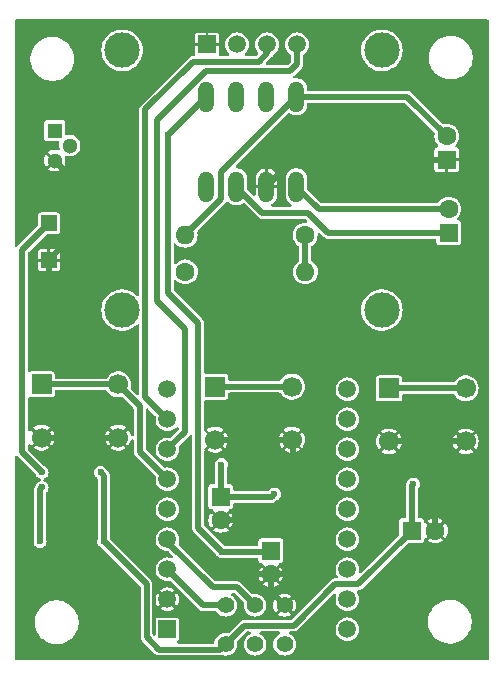
<source format=gbr>
%TF.GenerationSoftware,KiCad,Pcbnew,8.0.5*%
%TF.CreationDate,2026-02-13T21:56:33+07:00*%
%TF.ProjectId,Temperature_sensor,54656d70-6572-4617-9475-72655f73656e,rev?*%
%TF.SameCoordinates,Original*%
%TF.FileFunction,Copper,L2,Bot*%
%TF.FilePolarity,Positive*%
%FSLAX46Y46*%
G04 Gerber Fmt 4.6, Leading zero omitted, Abs format (unit mm)*
G04 Created by KiCad (PCBNEW 8.0.5) date 2026-02-13 21:56:33*
%MOMM*%
%LPD*%
G01*
G04 APERTURE LIST*
%TA.AperFunction,ComponentPad*%
%ADD10R,1.700000X1.700000*%
%TD*%
%TA.AperFunction,ComponentPad*%
%ADD11C,1.700000*%
%TD*%
%TA.AperFunction,ComponentPad*%
%ADD12R,1.600000X1.600000*%
%TD*%
%TA.AperFunction,ComponentPad*%
%ADD13C,1.600000*%
%TD*%
%TA.AperFunction,ComponentPad*%
%ADD14O,1.320800X2.641600*%
%TD*%
%TA.AperFunction,ComponentPad*%
%ADD15R,1.350000X1.350000*%
%TD*%
%TA.AperFunction,ComponentPad*%
%ADD16C,1.408000*%
%TD*%
%TA.AperFunction,ComponentPad*%
%ADD17R,1.300000X1.300000*%
%TD*%
%TA.AperFunction,ComponentPad*%
%ADD18C,1.300000*%
%TD*%
%TA.AperFunction,ComponentPad*%
%ADD19C,1.508000*%
%TD*%
%TA.AperFunction,ComponentPad*%
%ADD20R,1.508000X1.508000*%
%TD*%
%TA.AperFunction,ComponentPad*%
%ADD21O,1.600000X1.600000*%
%TD*%
%TA.AperFunction,ComponentPad*%
%ADD22C,3.000000*%
%TD*%
%TA.AperFunction,ViaPad*%
%ADD23C,0.600000*%
%TD*%
%TA.AperFunction,Conductor*%
%ADD24C,0.500000*%
%TD*%
G04 APERTURE END LIST*
D10*
%TO.P,SW2,1,1*%
%TO.N,GP7*%
X139675000Y-88435000D03*
D11*
X146175000Y-88435000D03*
%TO.P,SW2,2,2*%
%TO.N,0*%
X139675000Y-92935000D03*
X146175000Y-92935000D03*
%TD*%
D12*
%TO.P,C4,1*%
%TO.N,0*%
X159295000Y-69230113D03*
D13*
%TO.P,C4,2*%
%TO.N,Net-(IC1-VOUT)*%
X159295000Y-67230113D03*
%TD*%
D14*
%TO.P,TC7660,1*%
%TO.N,N/C*%
X138935000Y-71515000D03*
%TO.P,TC7660,2,CAP+*%
%TO.N,Net-(IC1-CAP+)*%
X141475000Y-71515000D03*
%TO.P,TC7660,3,GND*%
%TO.N,0*%
X144015000Y-71515000D03*
%TO.P,TC7660,4,CAP-*%
%TO.N,Net-(IC1-CAP-)*%
X146555000Y-71515000D03*
%TO.P,TC7660,5,VOUT*%
%TO.N,Net-(IC1-VOUT)*%
X146555000Y-63895000D03*
%TO.P,TC7660,6,LV*%
%TO.N,unconnected-(IC1-LV-Pad6)*%
X144015000Y-63895000D03*
%TO.P,TC7660,7,OSC*%
%TO.N,unconnected-(IC1-OSC-Pad7)*%
X141475000Y-63895000D03*
%TO.P,TC7660,8,V+*%
%TO.N,3.3V*%
X138935000Y-63895000D03*
%TD*%
D12*
%TO.P,C3,1*%
%TO.N,Net-(IC1-CAP+)*%
X159465000Y-75405000D03*
D13*
%TO.P,C3,2*%
%TO.N,Net-(IC1-CAP-)*%
X159465000Y-73405000D03*
%TD*%
D15*
%TO.P,-,1,Pin_1*%
%TO.N,0*%
X125595000Y-77725000D03*
%TD*%
D16*
%TO.P,OFF                   ON,1*%
%TO.N,BAT*%
X145555000Y-110255000D03*
%TO.P,OFF                   ON,2*%
%TO.N,Net-(S1-Pad2)*%
X143055000Y-110255000D03*
%TO.P,OFF                   ON,3*%
%TO.N,5V*%
X140555000Y-110255000D03*
%TO.P,OFF                   ON,4*%
%TO.N,0*%
X145555000Y-106955000D03*
%TO.P,OFF                   ON,5*%
%TO.N,GP1*%
X143055000Y-106955000D03*
%TO.P,OFF                   ON,6*%
%TO.N,3.3V*%
X140555000Y-106955000D03*
%TD*%
D12*
%TO.P,C9,1*%
%TO.N,5V*%
X156315000Y-100635000D03*
D13*
%TO.P,C9,2*%
%TO.N,0*%
X158315000Y-100635000D03*
%TD*%
D10*
%TO.P,SW1,1,1*%
%TO.N,GP3*%
X124975000Y-88255000D03*
D11*
X131475000Y-88255000D03*
%TO.P,SW1,2,2*%
%TO.N,0*%
X124975000Y-92755000D03*
X131475000Y-92755000D03*
%TD*%
D15*
%TO.P,+,1,Pin_1*%
%TO.N,BAT*%
X125595000Y-74615000D03*
%TD*%
D12*
%TO.P,C11,1*%
%TO.N,3.3V*%
X144395000Y-102345000D03*
D13*
%TO.P,C11,2*%
%TO.N,0*%
X144395000Y-104345000D03*
%TD*%
D17*
%TO.P,LM35DZ,1,+V_{S}*%
%TO.N,3.3V*%
X126095000Y-66755000D03*
D18*
%TO.P,LM35DZ,2,V_{OUT}*%
%TO.N,ADC*%
X127365000Y-68025000D03*
%TO.P,LM35DZ,3,GND*%
%TO.N,0*%
X126095000Y-69295000D03*
%TD*%
D12*
%TO.P,C2,1*%
%TO.N,BAT*%
X140160000Y-97750000D03*
D13*
%TO.P,C2,2*%
%TO.N,0*%
X140160000Y-99750000D03*
%TD*%
D10*
%TO.P,SW3,1,1*%
%TO.N,GP8*%
X154385000Y-88585000D03*
D11*
X160885000Y-88585000D03*
%TO.P,SW3,2,2*%
%TO.N,0*%
X154385000Y-93085000D03*
X160885000Y-93085000D03*
%TD*%
D19*
%TO.P,esp32s3zero,1,GP1*%
%TO.N,GP1*%
X135635000Y-101375000D03*
%TO.P,esp32s3zero,2,GP2*%
%TO.N,Chek_BAT*%
X135635000Y-98835000D03*
%TO.P,esp32s3zero,3,GP3*%
%TO.N,GP3*%
X135635000Y-96295000D03*
%TO.P,esp32s3zero,3V3,3V3(OUT)*%
%TO.N,3.3V*%
X135635000Y-103915000D03*
%TO.P,esp32s3zero,4,GP4*%
%TO.N,SDA*%
X135635000Y-93755000D03*
%TO.P,esp32s3zero,5,GP5*%
%TO.N,SCL*%
X135635000Y-91215000D03*
D20*
%TO.P,esp32s3zero,5V,5V*%
%TO.N,Net-(S1-Pad2)*%
X135635000Y-108995000D03*
D19*
%TO.P,esp32s3zero,6,GP6*%
%TO.N,ADC*%
X135635000Y-88675000D03*
%TO.P,esp32s3zero,7,GP7*%
%TO.N,GP7*%
X150875000Y-88675000D03*
%TO.P,esp32s3zero,8,GP8*%
%TO.N,GP8*%
X150875000Y-91215000D03*
%TO.P,esp32s3zero,9,GP9*%
%TO.N,unconnected-(U2-GP9-Pad9)*%
X150875000Y-93755000D03*
%TO.P,esp32s3zero,10,GP10*%
%TO.N,unconnected-(U2-GP10-Pad10)*%
X150875000Y-96295000D03*
%TO.P,esp32s3zero,11,GP11*%
%TO.N,unconnected-(U2-GP11-Pad11)*%
X150875000Y-98835000D03*
%TO.P,esp32s3zero,12,GP12*%
%TO.N,unconnected-(U2-GP12-Pad12)*%
X150875000Y-101375000D03*
%TO.P,esp32s3zero,13,GP13*%
%TO.N,unconnected-(U2-GP13-Pad13)*%
X150875000Y-103915000D03*
%TO.P,esp32s3zero,GND,GND*%
%TO.N,0*%
X135635000Y-106455000D03*
%TO.P,esp32s3zero,RX,RX*%
%TO.N,unconnected-(U2-PadRX)*%
X150875000Y-106455000D03*
%TO.P,esp32s3zero,TX,TX*%
%TO.N,unconnected-(U2-PadTX)*%
X150875000Y-108995000D03*
%TD*%
D13*
%TO.P,R4,1*%
%TO.N,ADC*%
X137155000Y-78725000D03*
D21*
%TO.P,R4,2*%
%TO.N,Net-(R4-Pad2)*%
X147315000Y-78725000D03*
%TD*%
D13*
%TO.P,R5,1*%
%TO.N,Net-(R4-Pad2)*%
X147295000Y-75615000D03*
D21*
%TO.P,R5,2*%
%TO.N,Net-(IC1-VOUT)*%
X137135000Y-75615000D03*
%TD*%
D20*
%TO.P,OLED,1,GND*%
%TO.N,0*%
X138985000Y-59465000D03*
D19*
%TO.P,OLED,2,VCC_IN*%
%TO.N,3.3V*%
X141525000Y-59465000D03*
%TO.P,OLED,3,SCL*%
%TO.N,SCL*%
X144065000Y-59465000D03*
%TO.P,OLED,4,SDA*%
%TO.N,SDA*%
X146605000Y-59465000D03*
D22*
%TO.P,OLED,S1*%
%TO.N,N/C*%
X131795000Y-59965000D03*
%TO.P,OLED,S2*%
X153795000Y-59965000D03*
%TO.P,OLED,S3*%
X153795000Y-81965000D03*
%TO.P,OLED,S4*%
X131795000Y-81965000D03*
%TD*%
D23*
%TO.N,0*%
X144685000Y-99435000D03*
X158345000Y-96685000D03*
X127455000Y-85785000D03*
X146262500Y-95065000D03*
X140265000Y-104320112D03*
%TO.N,BAT*%
X140200000Y-95045000D03*
X144685000Y-97535000D03*
X125025000Y-95695000D03*
%TO.N,5V*%
X130250000Y-101545000D03*
X156445000Y-96685000D03*
X129975000Y-95695000D03*
%TO.N,3.3V*%
X140265000Y-102420112D03*
X135690000Y-67140000D03*
%TO.N,Net-(U1-~{STDBY})*%
X124855000Y-101545000D03*
X125025000Y-96965000D03*
%TD*%
D24*
%TO.N,0*%
X144395000Y-105795000D02*
X145555000Y-106955000D01*
X125595000Y-83125000D02*
X127455000Y-84985000D01*
X139675000Y-92935000D02*
X146175000Y-92935000D01*
X146262500Y-100812500D02*
X146262500Y-95065000D01*
X124975000Y-92755000D02*
X131475000Y-92755000D01*
X125595000Y-77705000D02*
X127420000Y-75880000D01*
X146299887Y-69230113D02*
X144015000Y-71515000D01*
X145526370Y-104345000D02*
X146335000Y-103536370D01*
X140160000Y-99750000D02*
X144370000Y-99750000D01*
X146262500Y-93022500D02*
X146175000Y-92935000D01*
X125595000Y-77725000D02*
X125595000Y-77705000D01*
X146335000Y-103536370D02*
X146335000Y-101085000D01*
X158315000Y-100635000D02*
X158315000Y-96715000D01*
X146335000Y-101085000D02*
X146335000Y-100885000D01*
X159295000Y-69230113D02*
X146299887Y-69230113D01*
X144395000Y-104345000D02*
X145526370Y-104345000D01*
X127420000Y-75880000D02*
X127420000Y-70620000D01*
X146262500Y-95065000D02*
X146262500Y-93022500D01*
X146335000Y-100885000D02*
X146262500Y-100812500D01*
X144370000Y-99750000D02*
X144685000Y-99435000D01*
X146335000Y-101085000D02*
X144685000Y-99435000D01*
X125595000Y-83125000D02*
X125595000Y-77725000D01*
X140265000Y-104320112D02*
X144370112Y-104320112D01*
X144395000Y-104345000D02*
X144395000Y-105795000D01*
X154385000Y-93085000D02*
X160885000Y-93085000D01*
X127455000Y-84985000D02*
X127455000Y-85785000D01*
X144370112Y-104320112D02*
X144395000Y-104345000D01*
X127420000Y-70620000D02*
X126095000Y-69295000D01*
X158315000Y-96715000D02*
X158345000Y-96685000D01*
%TO.N,BAT*%
X140575000Y-97535000D02*
X140410000Y-97700000D01*
X140200000Y-95045000D02*
X140200000Y-97710000D01*
X140200000Y-97710000D02*
X140160000Y-97750000D01*
X140200000Y-97490000D02*
X140410000Y-97700000D01*
X140200000Y-97664888D02*
X140180000Y-97684888D01*
X140200000Y-97250000D02*
X140555000Y-97605000D01*
X140160000Y-97750000D02*
X144470000Y-97750000D01*
X123330000Y-94000000D02*
X123330000Y-76880000D01*
X125025000Y-95695000D02*
X123330000Y-94000000D01*
X123330000Y-76880000D02*
X125595000Y-74615000D01*
X144470000Y-97750000D02*
X144685000Y-97535000D01*
%TO.N,Net-(IC1-CAP+)*%
X159465000Y-75405000D02*
X149215000Y-75405000D01*
X147515000Y-73705000D02*
X143665000Y-73705000D01*
X149215000Y-75405000D02*
X147515000Y-73705000D01*
X143665000Y-73705000D02*
X141475000Y-71515000D01*
%TO.N,Net-(IC1-CAP-)*%
X159465000Y-73405000D02*
X148445000Y-73405000D01*
X148445000Y-73405000D02*
X146555000Y-71515000D01*
%TO.N,Net-(IC1-VOUT)*%
X155959887Y-63895000D02*
X159295000Y-67230113D01*
X140210000Y-70240000D02*
X146555000Y-63895000D01*
X140210000Y-72540000D02*
X140210000Y-70240000D01*
X137135000Y-75615000D02*
X140210000Y-72540000D01*
X146555000Y-63895000D02*
X155959887Y-63895000D01*
%TO.N,GP3*%
X133295000Y-90075000D02*
X131475000Y-88255000D01*
X124975000Y-88255000D02*
X131475000Y-88255000D01*
X135635000Y-96295000D02*
X133295000Y-93955000D01*
X133295000Y-93955000D02*
X133295000Y-90075000D01*
%TO.N,GP7*%
X139675000Y-88435000D02*
X146175000Y-88435000D01*
%TO.N,GP8*%
X154385000Y-88585000D02*
X160885000Y-88585000D01*
%TO.N,5V*%
X133870000Y-105165000D02*
X133870000Y-109638000D01*
X151770000Y-105180000D02*
X156315000Y-100635000D01*
X130250000Y-101545000D02*
X133870000Y-105165000D01*
X130250000Y-95970000D02*
X129975000Y-95695000D01*
X149830000Y-105180000D02*
X151770000Y-105180000D01*
X146340000Y-108670000D02*
X149830000Y-105180000D01*
X140555000Y-110255000D02*
X142140000Y-108670000D01*
X156315000Y-100635000D02*
X156315000Y-96815000D01*
X142140000Y-108670000D02*
X146340000Y-108670000D01*
X140110000Y-110700000D02*
X140555000Y-110255000D01*
X130250000Y-101545000D02*
X130250000Y-95970000D01*
X133870000Y-109638000D02*
X134932000Y-110700000D01*
X134932000Y-110700000D02*
X140110000Y-110700000D01*
X156315000Y-96815000D02*
X156445000Y-96685000D01*
%TO.N,3.3V*%
X144319888Y-102420112D02*
X144395000Y-102345000D01*
X140265000Y-102420112D02*
X138255000Y-100410112D01*
X135655000Y-67175000D02*
X135690000Y-67140000D01*
X135690000Y-67140000D02*
X138935000Y-63895000D01*
X135635000Y-103915000D02*
X138675000Y-106955000D01*
X135655000Y-80485000D02*
X135655000Y-67175000D01*
X138255000Y-83085000D02*
X135655000Y-80485000D01*
X140265000Y-102420112D02*
X144319888Y-102420112D01*
X138675000Y-106955000D02*
X140555000Y-106955000D01*
X138255000Y-100410112D02*
X138255000Y-83085000D01*
%TO.N,Net-(U1-~{STDBY})*%
X124855000Y-97135000D02*
X125025000Y-96965000D01*
X124855000Y-101545000D02*
X124855000Y-97135000D01*
%TO.N,Net-(R4-Pad2)*%
X147295000Y-75615000D02*
X147295000Y-78675000D01*
X147295000Y-78675000D02*
X147255000Y-78715000D01*
%TO.N,Net-(S1-Pad2)*%
X135635000Y-108995000D02*
X135870000Y-108760000D01*
%TO.N,GP1*%
X141510000Y-105410000D02*
X143055000Y-106955000D01*
X135635000Y-101375000D02*
X135635000Y-101585000D01*
X135635000Y-101585000D02*
X139460000Y-105410000D01*
X139460000Y-105410000D02*
X141510000Y-105410000D01*
%TO.N,SDA*%
X134735000Y-81185000D02*
X134735000Y-65864257D01*
X137085000Y-92305000D02*
X137085000Y-83535000D01*
X138864257Y-61735000D02*
X146005000Y-61735000D01*
X146005000Y-61735000D02*
X146605000Y-61135000D01*
X134735000Y-65864257D02*
X138864257Y-61735000D01*
X146605000Y-61135000D02*
X146605000Y-59465000D01*
X137085000Y-83535000D02*
X134735000Y-81185000D01*
X135635000Y-93755000D02*
X137085000Y-92305000D01*
%TO.N,SCL*%
X137815000Y-60915000D02*
X143365000Y-60915000D01*
X133765000Y-89345000D02*
X133765000Y-64965000D01*
X133765000Y-64965000D02*
X137815000Y-60915000D01*
X143365000Y-60915000D02*
X144065000Y-60215000D01*
X144065000Y-60215000D02*
X144065000Y-59465000D01*
X135635000Y-91215000D02*
X133765000Y-89345000D01*
%TD*%
%TA.AperFunction,Conductor*%
%TO.N,0*%
G36*
X162797539Y-57365185D02*
G01*
X162843294Y-57417989D01*
X162854500Y-57469500D01*
X162854500Y-111450500D01*
X162834815Y-111517539D01*
X162782011Y-111563294D01*
X162730500Y-111574500D01*
X122849500Y-111574500D01*
X122782461Y-111554815D01*
X122736706Y-111502011D01*
X122725500Y-111450500D01*
X122725500Y-108263711D01*
X124414500Y-108263711D01*
X124414500Y-108506288D01*
X124446161Y-108746785D01*
X124508947Y-108981104D01*
X124601773Y-109205205D01*
X124601776Y-109205212D01*
X124723064Y-109415289D01*
X124723066Y-109415292D01*
X124723067Y-109415293D01*
X124870733Y-109607736D01*
X124870739Y-109607743D01*
X125042256Y-109779260D01*
X125042263Y-109779266D01*
X125130191Y-109846735D01*
X125234711Y-109926936D01*
X125444788Y-110048224D01*
X125668900Y-110141054D01*
X125903211Y-110203838D01*
X126083586Y-110227584D01*
X126143711Y-110235500D01*
X126143712Y-110235500D01*
X126386289Y-110235500D01*
X126434388Y-110229167D01*
X126626789Y-110203838D01*
X126861100Y-110141054D01*
X127085212Y-110048224D01*
X127295289Y-109926936D01*
X127487738Y-109779265D01*
X127659265Y-109607738D01*
X127806936Y-109415289D01*
X127928224Y-109205212D01*
X128021054Y-108981100D01*
X128083838Y-108746789D01*
X128115500Y-108506288D01*
X128115500Y-108263712D01*
X128083838Y-108023211D01*
X128021054Y-107788900D01*
X127928224Y-107564788D01*
X127806936Y-107354711D01*
X127659265Y-107162262D01*
X127659260Y-107162256D01*
X127487743Y-106990739D01*
X127487736Y-106990733D01*
X127295293Y-106843067D01*
X127295292Y-106843066D01*
X127295289Y-106843064D01*
X127085212Y-106721776D01*
X127085205Y-106721773D01*
X126861104Y-106628947D01*
X126626785Y-106566161D01*
X126386289Y-106534500D01*
X126386288Y-106534500D01*
X126143712Y-106534500D01*
X126143711Y-106534500D01*
X125903214Y-106566161D01*
X125668895Y-106628947D01*
X125444794Y-106721773D01*
X125444785Y-106721777D01*
X125234706Y-106843067D01*
X125042263Y-106990733D01*
X125042256Y-106990739D01*
X124870739Y-107162256D01*
X124870733Y-107162263D01*
X124723067Y-107354706D01*
X124723064Y-107354710D01*
X124723064Y-107354711D01*
X124722608Y-107355501D01*
X124601777Y-107564785D01*
X124601773Y-107564794D01*
X124508947Y-107788895D01*
X124446161Y-108023214D01*
X124414500Y-108263711D01*
X122725500Y-108263711D01*
X122725500Y-94402676D01*
X122745185Y-94335637D01*
X122797989Y-94289882D01*
X122867147Y-94279938D01*
X122930703Y-94308963D01*
X122937181Y-94314995D01*
X124490867Y-95868681D01*
X124517747Y-95908909D01*
X124544139Y-95972625D01*
X124632379Y-96087621D01*
X124747375Y-96175861D01*
X124779385Y-96189120D01*
X124842925Y-96215439D01*
X124897329Y-96259280D01*
X124919394Y-96325574D01*
X124902115Y-96393273D01*
X124850978Y-96440884D01*
X124842925Y-96444561D01*
X124747378Y-96484137D01*
X124747375Y-96484138D01*
X124747375Y-96484139D01*
X124632379Y-96572379D01*
X124545962Y-96685000D01*
X124544137Y-96687378D01*
X124517747Y-96751089D01*
X124490868Y-96791316D01*
X124454500Y-96827684D01*
X124388609Y-96941810D01*
X124388609Y-96941811D01*
X124388608Y-96941813D01*
X124388608Y-96941814D01*
X124358511Y-97054137D01*
X124354500Y-97069108D01*
X124354500Y-101290124D01*
X124345062Y-101337572D01*
X124338310Y-101353876D01*
X124318669Y-101401293D01*
X124304059Y-101512267D01*
X124299750Y-101545000D01*
X124318247Y-101685499D01*
X124318670Y-101688708D01*
X124318671Y-101688712D01*
X124374137Y-101822622D01*
X124374138Y-101822624D01*
X124374139Y-101822625D01*
X124462379Y-101937621D01*
X124577375Y-102025861D01*
X124711291Y-102081330D01*
X124838280Y-102098048D01*
X124854999Y-102100250D01*
X124855000Y-102100250D01*
X124855001Y-102100250D01*
X124869977Y-102098278D01*
X124998709Y-102081330D01*
X125132625Y-102025861D01*
X125247621Y-101937621D01*
X125335861Y-101822625D01*
X125391330Y-101688709D01*
X125410250Y-101545000D01*
X125391330Y-101401291D01*
X125364937Y-101337572D01*
X125355500Y-101290124D01*
X125355500Y-97466437D01*
X125375185Y-97399398D01*
X125404011Y-97368063D01*
X125417621Y-97357621D01*
X125505861Y-97242625D01*
X125561330Y-97108709D01*
X125580250Y-96965000D01*
X125561330Y-96821291D01*
X125505861Y-96687375D01*
X125417621Y-96572379D01*
X125302625Y-96484139D01*
X125302624Y-96484138D01*
X125302622Y-96484137D01*
X125207074Y-96444561D01*
X125152670Y-96400721D01*
X125130605Y-96334427D01*
X125147884Y-96266727D01*
X125199021Y-96219116D01*
X125207074Y-96215439D01*
X125250501Y-96197451D01*
X125302625Y-96175861D01*
X125417621Y-96087621D01*
X125505861Y-95972625D01*
X125561330Y-95838709D01*
X125580250Y-95695000D01*
X129419750Y-95695000D01*
X129424915Y-95734235D01*
X129438670Y-95838708D01*
X129438671Y-95838712D01*
X129494137Y-95972622D01*
X129494138Y-95972623D01*
X129494139Y-95972625D01*
X129582379Y-96087621D01*
X129637282Y-96129750D01*
X129700987Y-96178633D01*
X129742189Y-96235061D01*
X129749500Y-96277008D01*
X129749500Y-101290124D01*
X129740062Y-101337572D01*
X129733310Y-101353876D01*
X129713669Y-101401293D01*
X129699059Y-101512267D01*
X129694750Y-101545000D01*
X129713247Y-101685499D01*
X129713670Y-101688708D01*
X129713671Y-101688712D01*
X129769137Y-101822622D01*
X129769138Y-101822624D01*
X129769139Y-101822625D01*
X129857379Y-101937621D01*
X129972375Y-102025861D01*
X130036089Y-102052251D01*
X130076317Y-102079131D01*
X133333181Y-105335995D01*
X133366666Y-105397318D01*
X133369500Y-105423676D01*
X133369500Y-109703891D01*
X133403608Y-109831187D01*
X133412588Y-109846740D01*
X133469500Y-109945314D01*
X134531500Y-111007314D01*
X134624686Y-111100500D01*
X134738814Y-111166392D01*
X134866108Y-111200500D01*
X134866110Y-111200500D01*
X140175891Y-111200500D01*
X140175892Y-111200500D01*
X140252054Y-111180092D01*
X140320142Y-111181205D01*
X140367885Y-111195689D01*
X140555000Y-111214118D01*
X140742115Y-111195689D01*
X140922039Y-111141109D01*
X140998015Y-111100499D01*
X141087851Y-111052481D01*
X141087853Y-111052478D01*
X141087857Y-111052477D01*
X141233199Y-110933199D01*
X141352477Y-110787857D01*
X141352478Y-110787853D01*
X141352481Y-110787851D01*
X141441108Y-110622040D01*
X141441109Y-110622039D01*
X141495689Y-110442115D01*
X141514118Y-110255000D01*
X141497334Y-110084589D01*
X141510353Y-110015945D01*
X141533053Y-109984759D01*
X142310995Y-109206819D01*
X142372318Y-109173334D01*
X142398676Y-109170500D01*
X142564088Y-109170500D01*
X142631127Y-109190185D01*
X142676882Y-109242989D01*
X142686826Y-109312147D01*
X142657801Y-109375703D01*
X142622541Y-109403858D01*
X142522148Y-109457518D01*
X142522142Y-109457523D01*
X142376800Y-109576800D01*
X142257523Y-109722142D01*
X142257518Y-109722148D01*
X142168891Y-109887959D01*
X142114311Y-110067882D01*
X142114310Y-110067884D01*
X142095882Y-110255000D01*
X142114310Y-110442115D01*
X142114311Y-110442117D01*
X142168891Y-110622040D01*
X142257518Y-110787851D01*
X142257523Y-110787857D01*
X142376800Y-110933199D01*
X142522142Y-111052476D01*
X142522148Y-111052481D01*
X142687959Y-111141108D01*
X142687961Y-111141109D01*
X142820142Y-111181206D01*
X142867882Y-111195688D01*
X142867884Y-111195689D01*
X142884660Y-111197341D01*
X143055000Y-111214118D01*
X143242115Y-111195689D01*
X143422039Y-111141109D01*
X143498015Y-111100499D01*
X143587851Y-111052481D01*
X143587853Y-111052478D01*
X143587857Y-111052477D01*
X143733199Y-110933199D01*
X143852477Y-110787857D01*
X143852478Y-110787853D01*
X143852481Y-110787851D01*
X143941108Y-110622040D01*
X143941109Y-110622039D01*
X143995689Y-110442115D01*
X144014118Y-110255000D01*
X143995689Y-110067885D01*
X143941109Y-109887961D01*
X143919076Y-109846740D01*
X143852481Y-109722148D01*
X143852476Y-109722142D01*
X143733199Y-109576800D01*
X143587857Y-109457523D01*
X143587851Y-109457518D01*
X143487459Y-109403858D01*
X143437614Y-109354896D01*
X143422154Y-109286758D01*
X143445986Y-109221078D01*
X143501543Y-109178710D01*
X143545912Y-109170500D01*
X145064088Y-109170500D01*
X145131127Y-109190185D01*
X145176882Y-109242989D01*
X145186826Y-109312147D01*
X145157801Y-109375703D01*
X145122541Y-109403858D01*
X145022148Y-109457518D01*
X145022142Y-109457523D01*
X144876800Y-109576800D01*
X144757523Y-109722142D01*
X144757518Y-109722148D01*
X144668891Y-109887959D01*
X144614311Y-110067882D01*
X144614310Y-110067884D01*
X144595882Y-110255000D01*
X144614310Y-110442115D01*
X144614311Y-110442117D01*
X144668891Y-110622040D01*
X144757518Y-110787851D01*
X144757523Y-110787857D01*
X144876800Y-110933199D01*
X145022142Y-111052476D01*
X145022148Y-111052481D01*
X145187959Y-111141108D01*
X145187961Y-111141109D01*
X145320142Y-111181206D01*
X145367882Y-111195688D01*
X145367884Y-111195689D01*
X145384660Y-111197341D01*
X145555000Y-111214118D01*
X145742115Y-111195689D01*
X145922039Y-111141109D01*
X145998015Y-111100499D01*
X146087851Y-111052481D01*
X146087853Y-111052478D01*
X146087857Y-111052477D01*
X146233199Y-110933199D01*
X146352477Y-110787857D01*
X146352478Y-110787853D01*
X146352481Y-110787851D01*
X146441108Y-110622040D01*
X146441109Y-110622039D01*
X146495689Y-110442115D01*
X146514118Y-110255000D01*
X146495689Y-110067885D01*
X146441109Y-109887961D01*
X146419076Y-109846740D01*
X146352481Y-109722148D01*
X146352476Y-109722142D01*
X146233199Y-109576800D01*
X146087857Y-109457523D01*
X146087851Y-109457518D01*
X145987459Y-109403858D01*
X145937614Y-109354896D01*
X145922154Y-109286758D01*
X145945986Y-109221078D01*
X146001543Y-109178710D01*
X146045912Y-109170500D01*
X146405890Y-109170500D01*
X146405892Y-109170500D01*
X146533186Y-109136392D01*
X146647314Y-109070500D01*
X146722814Y-108995000D01*
X149865640Y-108995000D01*
X149885034Y-109191914D01*
X149942474Y-109381269D01*
X150035744Y-109555764D01*
X150035748Y-109555771D01*
X150161274Y-109708725D01*
X150314228Y-109834251D01*
X150314235Y-109834255D01*
X150488730Y-109927525D01*
X150488732Y-109927525D01*
X150488735Y-109927527D01*
X150678084Y-109984965D01*
X150678083Y-109984965D01*
X150695739Y-109986703D01*
X150875000Y-110004360D01*
X151071916Y-109984965D01*
X151261265Y-109927527D01*
X151435770Y-109834252D01*
X151588725Y-109708725D01*
X151714252Y-109555770D01*
X151807527Y-109381265D01*
X151864965Y-109191916D01*
X151884360Y-108995000D01*
X151864965Y-108798084D01*
X151807527Y-108608735D01*
X151807525Y-108608732D01*
X151807525Y-108608730D01*
X151714255Y-108434235D01*
X151714251Y-108434228D01*
X151588725Y-108281274D01*
X151518584Y-108223711D01*
X157694500Y-108223711D01*
X157694500Y-108466288D01*
X157726161Y-108706785D01*
X157788947Y-108941104D01*
X157842545Y-109070500D01*
X157881776Y-109165212D01*
X158003064Y-109375289D01*
X158003066Y-109375292D01*
X158003067Y-109375293D01*
X158150733Y-109567736D01*
X158150739Y-109567743D01*
X158322256Y-109739260D01*
X158322263Y-109739266D01*
X158374391Y-109779265D01*
X158514711Y-109886936D01*
X158724788Y-110008224D01*
X158948900Y-110101054D01*
X159183211Y-110163838D01*
X159363586Y-110187584D01*
X159423711Y-110195500D01*
X159423712Y-110195500D01*
X159666289Y-110195500D01*
X159714388Y-110189167D01*
X159906789Y-110163838D01*
X160141100Y-110101054D01*
X160365212Y-110008224D01*
X160575289Y-109886936D01*
X160767738Y-109739265D01*
X160939265Y-109567738D01*
X161086936Y-109375289D01*
X161208224Y-109165212D01*
X161301054Y-108941100D01*
X161363838Y-108706789D01*
X161395500Y-108466288D01*
X161395500Y-108223712D01*
X161363838Y-107983211D01*
X161301054Y-107748900D01*
X161208224Y-107524788D01*
X161086936Y-107314711D01*
X160969958Y-107162262D01*
X160939266Y-107122263D01*
X160939260Y-107122256D01*
X160767743Y-106950739D01*
X160767736Y-106950733D01*
X160575293Y-106803067D01*
X160575292Y-106803066D01*
X160575289Y-106803064D01*
X160365212Y-106681776D01*
X160365205Y-106681773D01*
X160141104Y-106588947D01*
X159942262Y-106535667D01*
X159906789Y-106526162D01*
X159906788Y-106526161D01*
X159906785Y-106526161D01*
X159666289Y-106494500D01*
X159666288Y-106494500D01*
X159423712Y-106494500D01*
X159423711Y-106494500D01*
X159183214Y-106526161D01*
X158948895Y-106588947D01*
X158724794Y-106681773D01*
X158724785Y-106681777D01*
X158514706Y-106803067D01*
X158322263Y-106950733D01*
X158322256Y-106950739D01*
X158150739Y-107122256D01*
X158150733Y-107122263D01*
X158003067Y-107314706D01*
X157881777Y-107524785D01*
X157881773Y-107524794D01*
X157788947Y-107748895D01*
X157726161Y-107983214D01*
X157694500Y-108223711D01*
X151518584Y-108223711D01*
X151435771Y-108155748D01*
X151435764Y-108155744D01*
X151261269Y-108062474D01*
X151166590Y-108033754D01*
X151071916Y-108005035D01*
X151071914Y-108005034D01*
X151071916Y-108005034D01*
X150875000Y-107985640D01*
X150678085Y-108005034D01*
X150488730Y-108062474D01*
X150314235Y-108155744D01*
X150314228Y-108155748D01*
X150161274Y-108281274D01*
X150035748Y-108434228D01*
X150035744Y-108434235D01*
X149942474Y-108608730D01*
X149885034Y-108798085D01*
X149865640Y-108995000D01*
X146722814Y-108995000D01*
X149720186Y-105997626D01*
X149781507Y-105964143D01*
X149851199Y-105969127D01*
X149907132Y-106010999D01*
X149931549Y-106076463D01*
X149926526Y-106121304D01*
X149885034Y-106258085D01*
X149865640Y-106455000D01*
X149885034Y-106651914D01*
X149942474Y-106841269D01*
X150035744Y-107015764D01*
X150035748Y-107015771D01*
X150161274Y-107168725D01*
X150314228Y-107294251D01*
X150314235Y-107294255D01*
X150488730Y-107387525D01*
X150488732Y-107387525D01*
X150488735Y-107387527D01*
X150678084Y-107444965D01*
X150678083Y-107444965D01*
X150695739Y-107446703D01*
X150875000Y-107464360D01*
X151071916Y-107444965D01*
X151261265Y-107387527D01*
X151435770Y-107294252D01*
X151588725Y-107168725D01*
X151714252Y-107015770D01*
X151806564Y-106843067D01*
X151807525Y-106841269D01*
X151807525Y-106841268D01*
X151807527Y-106841265D01*
X151864965Y-106651916D01*
X151884360Y-106455000D01*
X151864965Y-106258084D01*
X151807527Y-106068735D01*
X151807525Y-106068732D01*
X151807525Y-106068730D01*
X151714255Y-105894235D01*
X151714247Y-105894223D01*
X151705171Y-105883163D01*
X151677858Y-105818853D01*
X151689651Y-105749986D01*
X151736804Y-105698426D01*
X151801025Y-105680500D01*
X151835890Y-105680500D01*
X151835892Y-105680500D01*
X151963186Y-105646392D01*
X152077314Y-105580500D01*
X155935995Y-101721819D01*
X155997318Y-101688334D01*
X156023676Y-101685500D01*
X157139676Y-101685500D01*
X157139677Y-101685499D01*
X157212740Y-101670966D01*
X157295601Y-101615601D01*
X157350966Y-101532740D01*
X157365500Y-101459674D01*
X157365500Y-101408122D01*
X157385185Y-101341083D01*
X157437989Y-101295328D01*
X157487375Y-101285847D01*
X157957474Y-100815748D01*
X157994920Y-100880606D01*
X158069394Y-100955080D01*
X158134251Y-100992525D01*
X157666037Y-101460737D01*
X157728828Y-101512267D01*
X157728834Y-101512271D01*
X157911233Y-101609766D01*
X158109165Y-101669808D01*
X158315000Y-101690080D01*
X158520834Y-101669808D01*
X158718766Y-101609766D01*
X158901166Y-101512271D01*
X158901173Y-101512267D01*
X158963960Y-101460738D01*
X158963961Y-101460737D01*
X158495749Y-100992525D01*
X158560606Y-100955080D01*
X158635080Y-100880606D01*
X158672525Y-100815748D01*
X159140737Y-101283961D01*
X159140738Y-101283960D01*
X159192267Y-101221173D01*
X159192271Y-101221166D01*
X159289766Y-101038766D01*
X159349808Y-100840834D01*
X159370080Y-100635000D01*
X159349808Y-100429165D01*
X159289766Y-100231233D01*
X159192271Y-100048834D01*
X159192267Y-100048828D01*
X159140737Y-99986037D01*
X158672524Y-100454250D01*
X158635080Y-100389394D01*
X158560606Y-100314920D01*
X158495748Y-100277474D01*
X158963960Y-99809262D01*
X158963960Y-99809261D01*
X158901171Y-99757732D01*
X158901165Y-99757728D01*
X158718766Y-99660233D01*
X158520834Y-99600191D01*
X158315000Y-99579919D01*
X158109165Y-99600191D01*
X157911233Y-99660233D01*
X157728827Y-99757731D01*
X157666038Y-99809260D01*
X157666038Y-99809261D01*
X158134251Y-100277474D01*
X158069394Y-100314920D01*
X157994920Y-100389394D01*
X157957474Y-100454251D01*
X157486843Y-99983620D01*
X157427659Y-99969355D01*
X157379369Y-99918859D01*
X157365500Y-99861876D01*
X157365500Y-99810323D01*
X157365499Y-99810321D01*
X157350967Y-99737264D01*
X157350966Y-99737260D01*
X157324292Y-99697339D01*
X157295601Y-99654399D01*
X157212740Y-99599034D01*
X157212739Y-99599033D01*
X157212735Y-99599032D01*
X157139677Y-99584500D01*
X157139674Y-99584500D01*
X156939500Y-99584500D01*
X156872461Y-99564815D01*
X156826706Y-99512011D01*
X156815500Y-99460500D01*
X156815500Y-97148542D01*
X156835185Y-97081503D01*
X156841117Y-97073064D01*
X156925861Y-96962625D01*
X156981330Y-96828709D01*
X157000250Y-96685000D01*
X156981330Y-96541291D01*
X156925861Y-96407375D01*
X156837621Y-96292379D01*
X156722625Y-96204139D01*
X156722624Y-96204138D01*
X156722622Y-96204137D01*
X156588712Y-96148671D01*
X156588710Y-96148670D01*
X156588709Y-96148670D01*
X156516854Y-96139210D01*
X156445001Y-96129750D01*
X156444999Y-96129750D01*
X156301291Y-96148670D01*
X156301287Y-96148671D01*
X156167377Y-96204137D01*
X156107282Y-96250250D01*
X156052379Y-96292379D01*
X155964139Y-96407375D01*
X155964138Y-96407376D01*
X155964138Y-96407377D01*
X155937746Y-96471092D01*
X155918229Y-96500308D01*
X155919445Y-96501241D01*
X155914499Y-96507685D01*
X155848609Y-96621810D01*
X155848609Y-96621811D01*
X155848608Y-96621813D01*
X155848608Y-96621814D01*
X155823898Y-96714033D01*
X155814500Y-96749108D01*
X155814500Y-99460500D01*
X155794815Y-99527539D01*
X155742011Y-99573294D01*
X155690500Y-99584500D01*
X155490323Y-99584500D01*
X155417264Y-99599032D01*
X155417260Y-99599033D01*
X155334399Y-99654399D01*
X155279033Y-99737260D01*
X155279032Y-99737264D01*
X155264500Y-99810321D01*
X155264500Y-100926324D01*
X155244815Y-100993363D01*
X155228181Y-101014005D01*
X152081032Y-104161153D01*
X152019709Y-104194638D01*
X151950017Y-104189654D01*
X151894084Y-104147782D01*
X151869667Y-104082318D01*
X151869947Y-104061325D01*
X151884360Y-103915000D01*
X151864965Y-103718084D01*
X151807527Y-103528735D01*
X151807525Y-103528732D01*
X151807525Y-103528730D01*
X151714255Y-103354235D01*
X151714251Y-103354228D01*
X151588725Y-103201274D01*
X151435771Y-103075748D01*
X151435764Y-103075744D01*
X151261269Y-102982474D01*
X151088448Y-102930050D01*
X151071916Y-102925035D01*
X151071914Y-102925034D01*
X151071916Y-102925034D01*
X150875000Y-102905640D01*
X150678085Y-102925034D01*
X150488730Y-102982474D01*
X150314235Y-103075744D01*
X150314228Y-103075748D01*
X150161274Y-103201274D01*
X150035748Y-103354228D01*
X150035744Y-103354235D01*
X149942474Y-103528730D01*
X149885034Y-103718085D01*
X149865640Y-103915000D01*
X149885034Y-104111914D01*
X149942474Y-104301269D01*
X150035744Y-104475764D01*
X150035746Y-104475767D01*
X150036619Y-104476831D01*
X150036901Y-104477497D01*
X150039131Y-104480833D01*
X150038498Y-104481255D01*
X150063935Y-104541140D01*
X150052146Y-104610008D01*
X150004996Y-104661570D01*
X149940769Y-104679500D01*
X149764107Y-104679500D01*
X149692794Y-104698607D01*
X149692795Y-104698608D01*
X149636812Y-104713608D01*
X149522686Y-104779500D01*
X149522683Y-104779502D01*
X146169005Y-108133181D01*
X146107682Y-108166666D01*
X146081324Y-108169500D01*
X142074107Y-108169500D01*
X141946812Y-108203608D01*
X141832686Y-108269500D01*
X141832683Y-108269502D01*
X140825241Y-109276943D01*
X140763918Y-109310428D01*
X140725406Y-109312665D01*
X140555000Y-109295882D01*
X140367884Y-109314310D01*
X140367882Y-109314311D01*
X140187959Y-109368891D01*
X140022148Y-109457518D01*
X140022142Y-109457523D01*
X139876800Y-109576800D01*
X139757523Y-109722142D01*
X139757518Y-109722148D01*
X139668891Y-109887959D01*
X139614311Y-110067882D01*
X139614310Y-110067884D01*
X139612364Y-110087653D01*
X139586204Y-110152440D01*
X139529170Y-110192800D01*
X139488961Y-110199500D01*
X136574441Y-110199500D01*
X136507402Y-110179815D01*
X136461647Y-110127011D01*
X136451703Y-110057853D01*
X136480728Y-109994297D01*
X136505550Y-109972398D01*
X136546084Y-109945314D01*
X136569601Y-109929601D01*
X136624966Y-109846740D01*
X136639500Y-109773674D01*
X136639500Y-108216326D01*
X136639500Y-108216323D01*
X136639499Y-108216321D01*
X136624967Y-108143264D01*
X136624966Y-108143260D01*
X136569601Y-108060399D01*
X136513944Y-108023211D01*
X136486739Y-108005033D01*
X136486735Y-108005032D01*
X136413677Y-107990500D01*
X136413674Y-107990500D01*
X134856326Y-107990500D01*
X134856323Y-107990500D01*
X134783264Y-108005032D01*
X134783260Y-108005033D01*
X134700399Y-108060399D01*
X134645033Y-108143260D01*
X134645032Y-108143264D01*
X134630500Y-108216321D01*
X134630500Y-109391324D01*
X134610815Y-109458363D01*
X134558011Y-109504118D01*
X134488853Y-109514062D01*
X134425297Y-109485037D01*
X134418819Y-109479005D01*
X134406819Y-109467005D01*
X134373334Y-109405682D01*
X134370500Y-109379324D01*
X134370500Y-106455000D01*
X134626142Y-106455000D01*
X134645526Y-106651814D01*
X134702939Y-106841079D01*
X134796161Y-107015484D01*
X134796165Y-107015490D01*
X134841946Y-107071275D01*
X134841947Y-107071275D01*
X135204270Y-106708952D01*
X135234901Y-106762007D01*
X135327993Y-106855099D01*
X135381046Y-106885729D01*
X135018722Y-107248052D01*
X135074508Y-107293834D01*
X135074515Y-107293838D01*
X135248920Y-107387060D01*
X135438185Y-107444473D01*
X135635000Y-107463857D01*
X135831814Y-107444473D01*
X136021079Y-107387060D01*
X136195485Y-107293838D01*
X136195492Y-107293834D01*
X136251275Y-107248053D01*
X136251276Y-107248052D01*
X135888953Y-106885729D01*
X135942007Y-106855099D01*
X136035099Y-106762007D01*
X136065729Y-106708953D01*
X136428052Y-107071276D01*
X136428053Y-107071275D01*
X136473834Y-107015492D01*
X136473838Y-107015485D01*
X136567060Y-106841079D01*
X136624473Y-106651814D01*
X136643857Y-106455000D01*
X136624473Y-106258185D01*
X136567060Y-106068920D01*
X136473838Y-105894515D01*
X136473834Y-105894508D01*
X136428052Y-105838722D01*
X136065729Y-106201046D01*
X136035099Y-106147993D01*
X135942007Y-106054901D01*
X135888952Y-106024270D01*
X136251275Y-105661947D01*
X136251275Y-105661946D01*
X136195490Y-105616165D01*
X136195484Y-105616161D01*
X136021079Y-105522939D01*
X135831814Y-105465526D01*
X135635000Y-105446142D01*
X135438185Y-105465526D01*
X135248920Y-105522939D01*
X135074508Y-105616164D01*
X135018723Y-105661945D01*
X135018723Y-105661946D01*
X135381047Y-106024270D01*
X135327993Y-106054901D01*
X135234901Y-106147993D01*
X135204270Y-106201047D01*
X134841946Y-105838723D01*
X134841945Y-105838723D01*
X134796164Y-105894508D01*
X134702939Y-106068920D01*
X134645526Y-106258185D01*
X134626142Y-106455000D01*
X134370500Y-106455000D01*
X134370500Y-105099110D01*
X134370500Y-105099108D01*
X134336392Y-104971814D01*
X134270500Y-104857686D01*
X134177314Y-104764500D01*
X130787814Y-101375000D01*
X134625640Y-101375000D01*
X134645034Y-101571914D01*
X134702474Y-101761269D01*
X134795744Y-101935764D01*
X134795748Y-101935771D01*
X134921274Y-102088725D01*
X135074228Y-102214251D01*
X135074235Y-102214255D01*
X135248730Y-102307525D01*
X135248732Y-102307525D01*
X135248735Y-102307527D01*
X135438084Y-102364965D01*
X135438083Y-102364965D01*
X135457478Y-102366875D01*
X135635000Y-102384360D01*
X135659971Y-102381900D01*
X135728617Y-102394918D01*
X135759808Y-102417622D01*
X136106724Y-102764538D01*
X136140209Y-102825861D01*
X136135225Y-102895553D01*
X136093353Y-102951486D01*
X136027889Y-102975903D01*
X135983048Y-102970880D01*
X135848448Y-102930050D01*
X135831916Y-102925035D01*
X135831914Y-102925034D01*
X135831916Y-102925034D01*
X135635000Y-102905640D01*
X135438085Y-102925034D01*
X135248730Y-102982474D01*
X135074235Y-103075744D01*
X135074228Y-103075748D01*
X134921274Y-103201274D01*
X134795748Y-103354228D01*
X134795744Y-103354235D01*
X134702474Y-103528730D01*
X134645034Y-103718085D01*
X134625640Y-103915000D01*
X134645034Y-104111914D01*
X134702474Y-104301269D01*
X134795744Y-104475764D01*
X134795748Y-104475771D01*
X134921274Y-104628725D01*
X135074228Y-104754251D01*
X135074235Y-104754255D01*
X135248730Y-104847525D01*
X135248732Y-104847525D01*
X135248735Y-104847527D01*
X135438084Y-104904965D01*
X135438083Y-104904965D01*
X135455496Y-104906680D01*
X135635000Y-104924360D01*
X135831916Y-104904965D01*
X135837889Y-104903777D01*
X135838466Y-104906680D01*
X135895583Y-104905944D01*
X135949867Y-104937681D01*
X138270159Y-107257972D01*
X138270169Y-107257983D01*
X138274499Y-107262313D01*
X138274500Y-107262314D01*
X138367686Y-107355500D01*
X138447433Y-107401542D01*
X138447434Y-107401543D01*
X138481808Y-107421389D01*
X138481809Y-107421389D01*
X138481814Y-107421392D01*
X138609107Y-107455500D01*
X138609108Y-107455500D01*
X139672321Y-107455500D01*
X139739360Y-107475185D01*
X139768173Y-107500834D01*
X139804763Y-107545420D01*
X139876800Y-107633199D01*
X139973461Y-107712525D01*
X140021632Y-107752058D01*
X140022142Y-107752476D01*
X140022148Y-107752481D01*
X140187087Y-107840642D01*
X140187961Y-107841109D01*
X140366260Y-107895196D01*
X140367882Y-107895688D01*
X140367884Y-107895689D01*
X140384660Y-107897341D01*
X140555000Y-107914118D01*
X140742115Y-107895689D01*
X140922039Y-107841109D01*
X141019715Y-107788900D01*
X141087851Y-107752481D01*
X141087853Y-107752478D01*
X141087857Y-107752477D01*
X141233199Y-107633199D01*
X141352477Y-107487857D01*
X141352478Y-107487853D01*
X141352481Y-107487851D01*
X141423223Y-107355501D01*
X141441109Y-107322039D01*
X141495689Y-107142115D01*
X141514118Y-106955000D01*
X141495689Y-106767885D01*
X141441109Y-106587961D01*
X141429457Y-106566161D01*
X141352481Y-106422148D01*
X141352476Y-106422142D01*
X141349225Y-106418181D01*
X141313172Y-106374249D01*
X141233199Y-106276800D01*
X141087857Y-106157523D01*
X141087851Y-106157519D01*
X141062293Y-106143858D01*
X141012449Y-106094896D01*
X140996988Y-106026759D01*
X141020819Y-105961079D01*
X141076377Y-105918710D01*
X141120746Y-105910500D01*
X141251324Y-105910500D01*
X141318363Y-105930185D01*
X141339005Y-105946819D01*
X142076943Y-106684757D01*
X142110428Y-106746080D01*
X142112665Y-106784592D01*
X142095882Y-106954999D01*
X142114310Y-107142115D01*
X142114311Y-107142117D01*
X142168891Y-107322040D01*
X142257518Y-107487851D01*
X142257523Y-107487857D01*
X142376800Y-107633199D01*
X142473461Y-107712525D01*
X142521632Y-107752058D01*
X142522142Y-107752476D01*
X142522148Y-107752481D01*
X142687087Y-107840642D01*
X142687961Y-107841109D01*
X142866260Y-107895196D01*
X142867882Y-107895688D01*
X142867884Y-107895689D01*
X142884660Y-107897341D01*
X143055000Y-107914118D01*
X143242115Y-107895689D01*
X143422039Y-107841109D01*
X143519715Y-107788900D01*
X143587851Y-107752481D01*
X143587853Y-107752478D01*
X143587857Y-107752477D01*
X143733199Y-107633199D01*
X143852477Y-107487857D01*
X143852478Y-107487853D01*
X143852481Y-107487851D01*
X143923223Y-107355501D01*
X143941109Y-107322039D01*
X143995689Y-107142115D01*
X144014118Y-106955000D01*
X144596384Y-106955000D01*
X144614803Y-107142015D01*
X144669356Y-107321850D01*
X144669357Y-107321853D01*
X144757936Y-107487572D01*
X144757944Y-107487584D01*
X144797470Y-107535749D01*
X144797472Y-107535749D01*
X145160871Y-107172350D01*
X145194910Y-107231306D01*
X145278694Y-107315090D01*
X145337648Y-107349127D01*
X144974249Y-107712525D01*
X144974249Y-107712526D01*
X145022421Y-107752059D01*
X145022427Y-107752063D01*
X145188146Y-107840642D01*
X145188149Y-107840643D01*
X145367986Y-107895196D01*
X145367982Y-107895196D01*
X145555000Y-107913615D01*
X145742015Y-107895196D01*
X145921850Y-107840643D01*
X145921853Y-107840642D01*
X146087573Y-107752063D01*
X146087580Y-107752058D01*
X146135749Y-107712527D01*
X146135750Y-107712526D01*
X145772351Y-107349127D01*
X145831306Y-107315090D01*
X145915090Y-107231306D01*
X145949127Y-107172351D01*
X146312526Y-107535750D01*
X146312527Y-107535749D01*
X146352058Y-107487580D01*
X146352063Y-107487573D01*
X146440642Y-107321853D01*
X146440643Y-107321850D01*
X146495196Y-107142015D01*
X146513615Y-106955000D01*
X146495196Y-106767984D01*
X146440643Y-106588149D01*
X146440642Y-106588146D01*
X146352063Y-106422427D01*
X146352059Y-106422421D01*
X146312526Y-106374249D01*
X146312525Y-106374249D01*
X145949127Y-106737648D01*
X145915090Y-106678694D01*
X145831306Y-106594910D01*
X145772350Y-106560872D01*
X146135749Y-106197472D01*
X146135749Y-106197470D01*
X146087584Y-106157944D01*
X146087572Y-106157936D01*
X145921853Y-106069357D01*
X145921850Y-106069356D01*
X145742013Y-106014803D01*
X145742017Y-106014803D01*
X145555000Y-105996384D01*
X145367984Y-106014803D01*
X145188149Y-106069356D01*
X145188146Y-106069357D01*
X145022423Y-106157938D01*
X145022418Y-106157941D01*
X144974249Y-106197470D01*
X144974249Y-106197472D01*
X145337649Y-106560872D01*
X145278694Y-106594910D01*
X145194910Y-106678694D01*
X145160872Y-106737649D01*
X144797472Y-106374249D01*
X144797470Y-106374249D01*
X144757941Y-106422418D01*
X144757938Y-106422423D01*
X144669357Y-106588146D01*
X144669356Y-106588149D01*
X144614803Y-106767984D01*
X144596384Y-106955000D01*
X144014118Y-106955000D01*
X143995689Y-106767885D01*
X143941109Y-106587961D01*
X143929457Y-106566161D01*
X143852481Y-106422148D01*
X143852476Y-106422142D01*
X143849225Y-106418181D01*
X143813172Y-106374249D01*
X143733199Y-106276800D01*
X143587857Y-106157523D01*
X143587851Y-106157518D01*
X143422040Y-106068891D01*
X143242117Y-106014311D01*
X143242115Y-106014310D01*
X143055000Y-105995882D01*
X142884592Y-106012665D01*
X142815946Y-105999646D01*
X142784757Y-105976943D01*
X141817316Y-105009502D01*
X141817314Y-105009500D01*
X141752037Y-104971812D01*
X141703187Y-104943608D01*
X141631347Y-104924359D01*
X141575892Y-104909500D01*
X141575891Y-104909500D01*
X139718676Y-104909500D01*
X139651637Y-104889815D01*
X139630995Y-104873181D01*
X136608805Y-101850991D01*
X136575320Y-101789668D01*
X136577824Y-101727317D01*
X136624965Y-101571916D01*
X136644360Y-101375000D01*
X136624965Y-101178084D01*
X136567527Y-100988735D01*
X136567525Y-100988732D01*
X136567525Y-100988730D01*
X136474255Y-100814235D01*
X136474251Y-100814228D01*
X136348725Y-100661274D01*
X136195771Y-100535748D01*
X136195764Y-100535744D01*
X136021269Y-100442474D01*
X135877821Y-100398960D01*
X135831916Y-100385035D01*
X135831914Y-100385034D01*
X135831916Y-100385034D01*
X135635000Y-100365640D01*
X135438085Y-100385034D01*
X135248730Y-100442474D01*
X135074235Y-100535744D01*
X135074228Y-100535748D01*
X134921274Y-100661274D01*
X134795748Y-100814228D01*
X134795744Y-100814235D01*
X134702474Y-100988730D01*
X134645034Y-101178085D01*
X134625640Y-101375000D01*
X130787814Y-101375000D01*
X130786819Y-101374005D01*
X130753334Y-101312682D01*
X130750500Y-101286324D01*
X130750500Y-98835000D01*
X134625640Y-98835000D01*
X134645034Y-99031914D01*
X134702474Y-99221269D01*
X134795744Y-99395764D01*
X134795748Y-99395771D01*
X134921274Y-99548725D01*
X135074228Y-99674251D01*
X135074235Y-99674255D01*
X135248730Y-99767525D01*
X135248732Y-99767525D01*
X135248735Y-99767527D01*
X135438084Y-99824965D01*
X135438083Y-99824965D01*
X135455739Y-99826703D01*
X135635000Y-99844360D01*
X135831916Y-99824965D01*
X136021265Y-99767527D01*
X136077891Y-99737260D01*
X136195764Y-99674255D01*
X136195770Y-99674252D01*
X136348725Y-99548725D01*
X136474252Y-99395770D01*
X136567527Y-99221265D01*
X136624965Y-99031916D01*
X136644360Y-98835000D01*
X136624965Y-98638084D01*
X136567527Y-98448735D01*
X136567525Y-98448732D01*
X136567525Y-98448730D01*
X136474255Y-98274235D01*
X136474251Y-98274228D01*
X136348725Y-98121274D01*
X136195771Y-97995748D01*
X136195764Y-97995744D01*
X136021269Y-97902474D01*
X135926590Y-97873754D01*
X135831916Y-97845035D01*
X135831914Y-97845034D01*
X135831916Y-97845034D01*
X135635000Y-97825640D01*
X135438085Y-97845034D01*
X135248730Y-97902474D01*
X135074235Y-97995744D01*
X135074228Y-97995748D01*
X134921274Y-98121274D01*
X134795748Y-98274228D01*
X134795744Y-98274235D01*
X134702474Y-98448730D01*
X134645034Y-98638085D01*
X134625640Y-98835000D01*
X130750500Y-98835000D01*
X130750500Y-95904110D01*
X130750500Y-95904108D01*
X130716392Y-95776814D01*
X130650500Y-95662686D01*
X130557314Y-95569500D01*
X130509131Y-95521317D01*
X130482251Y-95481089D01*
X130455861Y-95417375D01*
X130367621Y-95302379D01*
X130252625Y-95214139D01*
X130252624Y-95214138D01*
X130252622Y-95214137D01*
X130118712Y-95158671D01*
X130118710Y-95158670D01*
X130118709Y-95158670D01*
X130046854Y-95149210D01*
X129975001Y-95139750D01*
X129974999Y-95139750D01*
X129831291Y-95158670D01*
X129831287Y-95158671D01*
X129697377Y-95214137D01*
X129582379Y-95302379D01*
X129494137Y-95417377D01*
X129438671Y-95551287D01*
X129438670Y-95551291D01*
X129419750Y-95695000D01*
X125580250Y-95695000D01*
X125561330Y-95551291D01*
X125505861Y-95417375D01*
X125417621Y-95302379D01*
X125302625Y-95214139D01*
X125302623Y-95214138D01*
X125238909Y-95187747D01*
X125198681Y-95160867D01*
X123866819Y-93829005D01*
X123833334Y-93767682D01*
X123830500Y-93741324D01*
X123830500Y-93434721D01*
X123850185Y-93367682D01*
X123902989Y-93321927D01*
X123972147Y-93311983D01*
X124035703Y-93341008D01*
X124053455Y-93359995D01*
X124113592Y-93439631D01*
X124544270Y-93008953D01*
X124574901Y-93062007D01*
X124667993Y-93155099D01*
X124721046Y-93185729D01*
X124288825Y-93617949D01*
X124309264Y-93636580D01*
X124482585Y-93743897D01*
X124672678Y-93817539D01*
X124873072Y-93855000D01*
X125076928Y-93855000D01*
X125277321Y-93817539D01*
X125467415Y-93743897D01*
X125640736Y-93636580D01*
X125661174Y-93617949D01*
X125228954Y-93185729D01*
X125282007Y-93155099D01*
X125375099Y-93062007D01*
X125405729Y-93008954D01*
X125836406Y-93439631D01*
X125914245Y-93336556D01*
X126005113Y-93154069D01*
X126005116Y-93154063D01*
X126060902Y-92957992D01*
X126060903Y-92957989D01*
X126079713Y-92755000D01*
X126079713Y-92754999D01*
X126060903Y-92552010D01*
X126060902Y-92552007D01*
X126005116Y-92355936D01*
X126005113Y-92355930D01*
X125914244Y-92173440D01*
X125836407Y-92070367D01*
X125836406Y-92070367D01*
X125405728Y-92501045D01*
X125375099Y-92447993D01*
X125282007Y-92354901D01*
X125228953Y-92324270D01*
X125661174Y-91892049D01*
X125661173Y-91892048D01*
X125640742Y-91873423D01*
X125467414Y-91766102D01*
X125277321Y-91692460D01*
X125076928Y-91655000D01*
X124873072Y-91655000D01*
X124672678Y-91692460D01*
X124482584Y-91766102D01*
X124309264Y-91873417D01*
X124309262Y-91873419D01*
X124288825Y-91892048D01*
X124288825Y-91892049D01*
X124721046Y-92324270D01*
X124667993Y-92354901D01*
X124574901Y-92447993D01*
X124544270Y-92501046D01*
X124113592Y-92070367D01*
X124053455Y-92150004D01*
X123997346Y-92191640D01*
X123927634Y-92196333D01*
X123866452Y-92162591D01*
X123833224Y-92101128D01*
X123830500Y-92075278D01*
X123830500Y-89441482D01*
X123850185Y-89374443D01*
X123902989Y-89328688D01*
X123972147Y-89318744D01*
X124023389Y-89338379D01*
X124027260Y-89340966D01*
X124027263Y-89340966D01*
X124027264Y-89340967D01*
X124100321Y-89355499D01*
X124100324Y-89355500D01*
X124100326Y-89355500D01*
X125849676Y-89355500D01*
X125849677Y-89355499D01*
X125922740Y-89340966D01*
X126005601Y-89285601D01*
X126060966Y-89202740D01*
X126075500Y-89129674D01*
X126075500Y-88879500D01*
X126095185Y-88812461D01*
X126147989Y-88766706D01*
X126199500Y-88755500D01*
X130418056Y-88755500D01*
X130485095Y-88775185D01*
X130529055Y-88824226D01*
X130535326Y-88836821D01*
X130658237Y-88999581D01*
X130808958Y-89136980D01*
X130808960Y-89136982D01*
X130846236Y-89160062D01*
X130982363Y-89244348D01*
X131172544Y-89318024D01*
X131373024Y-89355500D01*
X131373026Y-89355500D01*
X131576974Y-89355500D01*
X131576976Y-89355500D01*
X131757655Y-89321725D01*
X131827168Y-89328756D01*
X131868119Y-89355933D01*
X132758181Y-90245995D01*
X132791666Y-90307318D01*
X132794500Y-90333676D01*
X132794500Y-92484092D01*
X132774815Y-92551131D01*
X132722011Y-92596886D01*
X132652853Y-92606830D01*
X132589297Y-92577805D01*
X132551523Y-92519027D01*
X132551234Y-92518026D01*
X132505116Y-92355936D01*
X132505113Y-92355930D01*
X132414244Y-92173440D01*
X132336407Y-92070367D01*
X132336406Y-92070367D01*
X131905728Y-92501045D01*
X131875099Y-92447993D01*
X131782007Y-92354901D01*
X131728953Y-92324270D01*
X132161174Y-91892049D01*
X132161173Y-91892048D01*
X132140742Y-91873423D01*
X131967414Y-91766102D01*
X131777321Y-91692460D01*
X131576928Y-91655000D01*
X131373072Y-91655000D01*
X131172678Y-91692460D01*
X130982584Y-91766102D01*
X130809264Y-91873417D01*
X130809262Y-91873419D01*
X130788825Y-91892048D01*
X130788825Y-91892049D01*
X131221046Y-92324270D01*
X131167993Y-92354901D01*
X131074901Y-92447993D01*
X131044270Y-92501046D01*
X130613592Y-92070367D01*
X130535755Y-92173443D01*
X130535750Y-92173450D01*
X130444886Y-92355930D01*
X130444883Y-92355936D01*
X130389097Y-92552007D01*
X130389096Y-92552010D01*
X130370287Y-92754999D01*
X130370287Y-92755000D01*
X130389096Y-92957989D01*
X130389097Y-92957992D01*
X130444883Y-93154063D01*
X130444886Y-93154069D01*
X130535750Y-93336549D01*
X130535754Y-93336556D01*
X130613592Y-93439631D01*
X131044270Y-93008953D01*
X131074901Y-93062007D01*
X131167993Y-93155099D01*
X131221046Y-93185729D01*
X130788825Y-93617949D01*
X130809264Y-93636580D01*
X130982585Y-93743897D01*
X131172678Y-93817539D01*
X131373072Y-93855000D01*
X131576928Y-93855000D01*
X131777321Y-93817539D01*
X131967415Y-93743897D01*
X132140736Y-93636580D01*
X132161174Y-93617949D01*
X131728954Y-93185729D01*
X131782007Y-93155099D01*
X131875099Y-93062007D01*
X131905729Y-93008954D01*
X132336406Y-93439631D01*
X132414245Y-93336556D01*
X132505112Y-93154071D01*
X132551233Y-92991973D01*
X132588513Y-92932880D01*
X132651822Y-92903322D01*
X132721062Y-92912684D01*
X132774248Y-92957993D01*
X132794496Y-93024865D01*
X132794500Y-93025907D01*
X132794500Y-94020891D01*
X132828608Y-94148187D01*
X132854589Y-94193186D01*
X132894500Y-94262314D01*
X132894502Y-94262316D01*
X134612319Y-95980133D01*
X134645804Y-96041456D01*
X134643821Y-96091637D01*
X134646223Y-96092115D01*
X134645034Y-96098089D01*
X134625640Y-96295000D01*
X134645034Y-96491914D01*
X134702474Y-96681269D01*
X134795744Y-96855764D01*
X134795748Y-96855771D01*
X134921274Y-97008725D01*
X135074228Y-97134251D01*
X135074235Y-97134255D01*
X135248730Y-97227525D01*
X135248732Y-97227525D01*
X135248735Y-97227527D01*
X135438084Y-97284965D01*
X135438083Y-97284965D01*
X135455739Y-97286703D01*
X135635000Y-97304360D01*
X135831916Y-97284965D01*
X136021265Y-97227527D01*
X136195770Y-97134252D01*
X136348725Y-97008725D01*
X136474252Y-96855770D01*
X136567527Y-96681265D01*
X136624965Y-96491916D01*
X136644360Y-96295000D01*
X136624965Y-96098084D01*
X136567527Y-95908735D01*
X136567525Y-95908732D01*
X136567525Y-95908730D01*
X136474255Y-95734235D01*
X136474251Y-95734228D01*
X136348725Y-95581274D01*
X136195771Y-95455748D01*
X136195764Y-95455744D01*
X136021269Y-95362474D01*
X135835832Y-95306223D01*
X135831916Y-95305035D01*
X135831914Y-95305034D01*
X135831916Y-95305034D01*
X135635000Y-95285640D01*
X135438089Y-95305034D01*
X135432115Y-95306223D01*
X135431561Y-95303438D01*
X135373783Y-95303877D01*
X135320133Y-95272319D01*
X133831819Y-93784005D01*
X133798334Y-93722682D01*
X133795500Y-93696324D01*
X133795500Y-90382676D01*
X133815185Y-90315637D01*
X133867989Y-90269882D01*
X133937147Y-90259938D01*
X134000703Y-90288963D01*
X134007181Y-90294995D01*
X134612319Y-90900133D01*
X134645804Y-90961456D01*
X134643821Y-91011637D01*
X134646223Y-91012115D01*
X134645034Y-91018089D01*
X134625640Y-91215000D01*
X134645034Y-91411914D01*
X134702474Y-91601269D01*
X134795744Y-91775764D01*
X134795748Y-91775771D01*
X134921274Y-91928725D01*
X135074228Y-92054251D01*
X135074235Y-92054255D01*
X135248730Y-92147525D01*
X135248732Y-92147525D01*
X135248735Y-92147527D01*
X135438084Y-92204965D01*
X135438083Y-92204965D01*
X135455739Y-92206703D01*
X135635000Y-92224360D01*
X135831916Y-92204965D01*
X136021265Y-92147527D01*
X136195770Y-92054252D01*
X136348725Y-91928725D01*
X136356678Y-91919033D01*
X136364646Y-91909326D01*
X136422391Y-91869990D01*
X136492235Y-91868119D01*
X136552004Y-91904305D01*
X136582721Y-91967061D01*
X136584500Y-91987989D01*
X136584500Y-92046323D01*
X136564815Y-92113362D01*
X136548181Y-92134004D01*
X135949866Y-92732318D01*
X135888543Y-92765803D01*
X135838348Y-92763907D01*
X135837888Y-92766223D01*
X135831915Y-92765034D01*
X135654394Y-92747550D01*
X135635000Y-92745640D01*
X135634999Y-92745640D01*
X135438085Y-92765034D01*
X135248730Y-92822474D01*
X135074235Y-92915744D01*
X135074228Y-92915748D01*
X134921274Y-93041274D01*
X134795748Y-93194228D01*
X134795744Y-93194235D01*
X134702474Y-93368730D01*
X134645034Y-93558085D01*
X134625640Y-93755000D01*
X134645034Y-93951914D01*
X134702474Y-94141269D01*
X134795744Y-94315764D01*
X134795748Y-94315771D01*
X134921274Y-94468725D01*
X135074228Y-94594251D01*
X135074235Y-94594255D01*
X135248730Y-94687525D01*
X135248732Y-94687525D01*
X135248735Y-94687527D01*
X135438084Y-94744965D01*
X135438083Y-94744965D01*
X135455739Y-94746703D01*
X135635000Y-94764360D01*
X135831916Y-94744965D01*
X136021265Y-94687527D01*
X136195770Y-94594252D01*
X136348725Y-94468725D01*
X136474252Y-94315770D01*
X136563828Y-94148186D01*
X136567525Y-94141269D01*
X136567525Y-94141268D01*
X136567527Y-94141265D01*
X136624965Y-93951916D01*
X136644360Y-93755000D01*
X136624965Y-93558084D01*
X136624965Y-93558083D01*
X136623777Y-93552111D01*
X136626561Y-93551557D01*
X136626123Y-93493781D01*
X136657679Y-93440133D01*
X137485500Y-92612314D01*
X137520317Y-92552010D01*
X137523113Y-92547167D01*
X137573680Y-92498951D01*
X137642287Y-92485729D01*
X137707152Y-92511697D01*
X137747680Y-92568611D01*
X137754500Y-92609167D01*
X137754500Y-100476003D01*
X137788608Y-100603299D01*
X137806911Y-100635000D01*
X137854500Y-100717426D01*
X137854501Y-100717427D01*
X137854502Y-100717428D01*
X139730866Y-102593791D01*
X139757746Y-102634019D01*
X139784139Y-102697737D01*
X139872379Y-102812733D01*
X139987375Y-102900973D01*
X140121291Y-102956442D01*
X140248280Y-102973160D01*
X140264999Y-102975362D01*
X140265000Y-102975362D01*
X140265001Y-102975362D01*
X140300927Y-102970632D01*
X140408709Y-102956442D01*
X140472427Y-102930049D01*
X140519876Y-102920612D01*
X143220500Y-102920612D01*
X143287539Y-102940297D01*
X143333294Y-102993101D01*
X143344500Y-103044612D01*
X143344500Y-103169678D01*
X143359032Y-103242735D01*
X143359033Y-103242739D01*
X143359034Y-103242740D01*
X143414399Y-103325601D01*
X143457254Y-103354235D01*
X143497260Y-103380966D01*
X143497264Y-103380967D01*
X143570321Y-103395499D01*
X143570324Y-103395500D01*
X143621877Y-103395500D01*
X143688916Y-103415185D01*
X143734671Y-103467989D01*
X143744151Y-103517374D01*
X144214251Y-103987474D01*
X144149394Y-104024920D01*
X144074920Y-104099394D01*
X144037474Y-104164251D01*
X143569261Y-103696038D01*
X143569260Y-103696038D01*
X143517731Y-103758827D01*
X143420233Y-103941233D01*
X143360191Y-104139165D01*
X143339919Y-104345000D01*
X143360191Y-104550834D01*
X143420233Y-104748766D01*
X143517728Y-104931165D01*
X143517732Y-104931171D01*
X143569261Y-104993960D01*
X143569262Y-104993960D01*
X144037474Y-104525748D01*
X144074920Y-104590606D01*
X144149394Y-104665080D01*
X144214251Y-104702525D01*
X143746037Y-105170737D01*
X143808828Y-105222267D01*
X143808834Y-105222271D01*
X143991233Y-105319766D01*
X144189165Y-105379808D01*
X144395000Y-105400080D01*
X144600834Y-105379808D01*
X144798766Y-105319766D01*
X144981166Y-105222271D01*
X144981173Y-105222267D01*
X145043960Y-105170738D01*
X145043961Y-105170737D01*
X144575749Y-104702525D01*
X144640606Y-104665080D01*
X144715080Y-104590606D01*
X144752525Y-104525748D01*
X145220737Y-104993961D01*
X145220738Y-104993960D01*
X145272267Y-104931173D01*
X145272271Y-104931166D01*
X145369766Y-104748766D01*
X145429808Y-104550834D01*
X145450080Y-104345000D01*
X145429808Y-104139165D01*
X145369766Y-103941233D01*
X145272271Y-103758834D01*
X145272267Y-103758828D01*
X145220737Y-103696037D01*
X144752524Y-104164250D01*
X144715080Y-104099394D01*
X144640606Y-104024920D01*
X144575748Y-103987474D01*
X145046377Y-103516845D01*
X145060642Y-103457661D01*
X145111137Y-103409370D01*
X145168122Y-103395500D01*
X145219676Y-103395500D01*
X145219677Y-103395499D01*
X145292740Y-103380966D01*
X145375601Y-103325601D01*
X145430966Y-103242740D01*
X145445500Y-103169674D01*
X145445500Y-101520326D01*
X145445500Y-101520323D01*
X145445499Y-101520321D01*
X145430967Y-101447264D01*
X145430966Y-101447260D01*
X145400252Y-101401293D01*
X145382684Y-101375000D01*
X149865640Y-101375000D01*
X149885034Y-101571914D01*
X149942474Y-101761269D01*
X150035744Y-101935764D01*
X150035748Y-101935771D01*
X150161274Y-102088725D01*
X150314228Y-102214251D01*
X150314235Y-102214255D01*
X150488730Y-102307525D01*
X150488732Y-102307525D01*
X150488735Y-102307527D01*
X150678084Y-102364965D01*
X150678083Y-102364965D01*
X150695739Y-102366703D01*
X150875000Y-102384360D01*
X151071916Y-102364965D01*
X151261265Y-102307527D01*
X151435770Y-102214252D01*
X151588725Y-102088725D01*
X151714252Y-101935770D01*
X151807527Y-101761265D01*
X151864965Y-101571916D01*
X151884360Y-101375000D01*
X151864965Y-101178084D01*
X151807527Y-100988735D01*
X151807525Y-100988732D01*
X151807525Y-100988730D01*
X151714255Y-100814235D01*
X151714251Y-100814228D01*
X151588725Y-100661274D01*
X151435771Y-100535748D01*
X151435764Y-100535744D01*
X151261269Y-100442474D01*
X151117821Y-100398960D01*
X151071916Y-100385035D01*
X151071914Y-100385034D01*
X151071916Y-100385034D01*
X150875000Y-100365640D01*
X150678085Y-100385034D01*
X150488730Y-100442474D01*
X150314235Y-100535744D01*
X150314228Y-100535748D01*
X150161274Y-100661274D01*
X150035748Y-100814228D01*
X150035744Y-100814235D01*
X149942474Y-100988730D01*
X149885034Y-101178085D01*
X149865640Y-101375000D01*
X145382684Y-101375000D01*
X145375601Y-101364399D01*
X145292740Y-101309034D01*
X145292739Y-101309033D01*
X145292735Y-101309032D01*
X145219677Y-101294500D01*
X145219674Y-101294500D01*
X143570326Y-101294500D01*
X143570323Y-101294500D01*
X143497264Y-101309032D01*
X143497260Y-101309033D01*
X143414399Y-101364399D01*
X143359033Y-101447260D01*
X143359032Y-101447264D01*
X143344500Y-101520321D01*
X143344500Y-101795612D01*
X143324815Y-101862651D01*
X143272011Y-101908406D01*
X143220500Y-101919612D01*
X140523675Y-101919612D01*
X140456636Y-101899927D01*
X140435994Y-101883293D01*
X138791819Y-100239117D01*
X138758334Y-100177794D01*
X138755500Y-100151436D01*
X138755500Y-99750000D01*
X139104919Y-99750000D01*
X139125191Y-99955834D01*
X139185233Y-100153766D01*
X139282728Y-100336165D01*
X139282732Y-100336171D01*
X139334261Y-100398960D01*
X139334262Y-100398960D01*
X139802474Y-99930748D01*
X139839920Y-99995606D01*
X139914394Y-100070080D01*
X139979251Y-100107525D01*
X139511037Y-100575737D01*
X139573828Y-100627267D01*
X139573834Y-100627271D01*
X139756233Y-100724766D01*
X139954165Y-100784808D01*
X140160000Y-100805080D01*
X140365834Y-100784808D01*
X140563766Y-100724766D01*
X140746166Y-100627271D01*
X140746173Y-100627267D01*
X140808960Y-100575738D01*
X140808961Y-100575737D01*
X140340749Y-100107525D01*
X140405606Y-100070080D01*
X140480080Y-99995606D01*
X140517525Y-99930748D01*
X140985737Y-100398961D01*
X140985738Y-100398960D01*
X141037267Y-100336173D01*
X141037271Y-100336166D01*
X141134766Y-100153766D01*
X141194808Y-99955834D01*
X141215080Y-99750000D01*
X141194808Y-99544165D01*
X141134766Y-99346233D01*
X141037271Y-99163834D01*
X141037267Y-99163828D01*
X140985737Y-99101037D01*
X140517524Y-99569250D01*
X140480080Y-99504394D01*
X140405606Y-99429920D01*
X140340748Y-99392474D01*
X140811377Y-98921845D01*
X140825642Y-98862661D01*
X140854565Y-98835000D01*
X149865640Y-98835000D01*
X149885034Y-99031914D01*
X149942474Y-99221269D01*
X150035744Y-99395764D01*
X150035748Y-99395771D01*
X150161274Y-99548725D01*
X150314228Y-99674251D01*
X150314235Y-99674255D01*
X150488730Y-99767525D01*
X150488732Y-99767525D01*
X150488735Y-99767527D01*
X150678084Y-99824965D01*
X150678083Y-99824965D01*
X150695739Y-99826703D01*
X150875000Y-99844360D01*
X151071916Y-99824965D01*
X151261265Y-99767527D01*
X151317891Y-99737260D01*
X151435764Y-99674255D01*
X151435770Y-99674252D01*
X151588725Y-99548725D01*
X151714252Y-99395770D01*
X151807527Y-99221265D01*
X151864965Y-99031916D01*
X151884360Y-98835000D01*
X151864965Y-98638084D01*
X151807527Y-98448735D01*
X151807525Y-98448732D01*
X151807525Y-98448730D01*
X151714255Y-98274235D01*
X151714251Y-98274228D01*
X151588725Y-98121274D01*
X151435771Y-97995748D01*
X151435764Y-97995744D01*
X151261269Y-97902474D01*
X151166590Y-97873754D01*
X151071916Y-97845035D01*
X151071914Y-97845034D01*
X151071916Y-97845034D01*
X150875000Y-97825640D01*
X150678085Y-97845034D01*
X150488730Y-97902474D01*
X150314235Y-97995744D01*
X150314228Y-97995748D01*
X150161274Y-98121274D01*
X150035748Y-98274228D01*
X150035744Y-98274235D01*
X149942474Y-98448730D01*
X149885034Y-98638085D01*
X149865640Y-98835000D01*
X140854565Y-98835000D01*
X140876137Y-98814370D01*
X140933122Y-98800500D01*
X140984676Y-98800500D01*
X140984677Y-98800499D01*
X141057740Y-98785966D01*
X141140601Y-98730601D01*
X141195966Y-98647740D01*
X141210500Y-98574674D01*
X141210500Y-98374500D01*
X141230185Y-98307461D01*
X141282989Y-98261706D01*
X141334500Y-98250500D01*
X144535890Y-98250500D01*
X144535892Y-98250500D01*
X144663186Y-98216392D01*
X144777314Y-98150500D01*
X144858681Y-98069131D01*
X144898908Y-98042252D01*
X144962625Y-98015861D01*
X145077621Y-97927621D01*
X145165861Y-97812625D01*
X145221330Y-97678709D01*
X145240250Y-97535000D01*
X145221330Y-97391291D01*
X145165861Y-97257375D01*
X145077621Y-97142379D01*
X144962625Y-97054139D01*
X144962624Y-97054138D01*
X144962622Y-97054137D01*
X144828712Y-96998671D01*
X144828710Y-96998670D01*
X144828709Y-96998670D01*
X144756854Y-96989210D01*
X144685001Y-96979750D01*
X144684999Y-96979750D01*
X144541291Y-96998670D01*
X144541287Y-96998671D01*
X144407377Y-97054137D01*
X144354652Y-97094595D01*
X144292379Y-97142379D01*
X144292378Y-97142380D01*
X144292377Y-97142381D01*
X144247407Y-97200987D01*
X144190979Y-97242189D01*
X144149032Y-97249500D01*
X141334500Y-97249500D01*
X141267461Y-97229815D01*
X141221706Y-97177011D01*
X141210500Y-97125500D01*
X141210500Y-96925323D01*
X141210499Y-96925321D01*
X141195967Y-96852264D01*
X141195966Y-96852260D01*
X141179545Y-96827684D01*
X141140601Y-96769399D01*
X141057740Y-96714034D01*
X141057739Y-96714033D01*
X141057735Y-96714032D01*
X140984677Y-96699500D01*
X140984674Y-96699500D01*
X140824500Y-96699500D01*
X140757461Y-96679815D01*
X140711706Y-96627011D01*
X140700500Y-96575500D01*
X140700500Y-96295000D01*
X149865640Y-96295000D01*
X149885034Y-96491914D01*
X149942474Y-96681269D01*
X150035744Y-96855764D01*
X150035748Y-96855771D01*
X150161274Y-97008725D01*
X150314228Y-97134251D01*
X150314235Y-97134255D01*
X150488730Y-97227525D01*
X150488732Y-97227525D01*
X150488735Y-97227527D01*
X150678084Y-97284965D01*
X150678083Y-97284965D01*
X150695739Y-97286703D01*
X150875000Y-97304360D01*
X151071916Y-97284965D01*
X151261265Y-97227527D01*
X151435770Y-97134252D01*
X151588725Y-97008725D01*
X151714252Y-96855770D01*
X151807527Y-96681265D01*
X151864965Y-96491916D01*
X151884360Y-96295000D01*
X151864965Y-96098084D01*
X151807527Y-95908735D01*
X151807525Y-95908732D01*
X151807525Y-95908730D01*
X151714255Y-95734235D01*
X151714251Y-95734228D01*
X151588725Y-95581274D01*
X151435771Y-95455748D01*
X151435764Y-95455744D01*
X151261269Y-95362474D01*
X151075832Y-95306223D01*
X151071916Y-95305035D01*
X151071914Y-95305034D01*
X151071916Y-95305034D01*
X150875000Y-95285640D01*
X150678085Y-95305034D01*
X150488730Y-95362474D01*
X150314235Y-95455744D01*
X150314228Y-95455748D01*
X150161274Y-95581274D01*
X150035748Y-95734228D01*
X150035744Y-95734235D01*
X149942474Y-95908730D01*
X149885034Y-96098085D01*
X149865640Y-96295000D01*
X140700500Y-96295000D01*
X140700500Y-95299875D01*
X140709939Y-95252422D01*
X140736330Y-95188709D01*
X140755250Y-95045000D01*
X140736330Y-94901291D01*
X140680861Y-94767375D01*
X140592621Y-94652379D01*
X140477625Y-94564139D01*
X140477624Y-94564138D01*
X140477622Y-94564137D01*
X140343712Y-94508671D01*
X140343710Y-94508670D01*
X140343709Y-94508670D01*
X140271854Y-94499210D01*
X140200001Y-94489750D01*
X140199999Y-94489750D01*
X140056291Y-94508670D01*
X140056287Y-94508671D01*
X139922377Y-94564137D01*
X139807379Y-94652379D01*
X139719137Y-94767377D01*
X139663671Y-94901287D01*
X139663670Y-94901291D01*
X139644750Y-95045000D01*
X139663670Y-95188709D01*
X139674203Y-95214139D01*
X139690061Y-95252422D01*
X139699500Y-95299875D01*
X139699500Y-96575500D01*
X139679815Y-96642539D01*
X139627011Y-96688294D01*
X139575500Y-96699500D01*
X139335323Y-96699500D01*
X139262264Y-96714032D01*
X139262260Y-96714033D01*
X139179399Y-96769399D01*
X139124033Y-96852260D01*
X139124032Y-96852264D01*
X139109500Y-96925321D01*
X139109500Y-98574678D01*
X139124032Y-98647735D01*
X139124033Y-98647739D01*
X139124034Y-98647740D01*
X139179399Y-98730601D01*
X139262260Y-98785966D01*
X139262264Y-98785967D01*
X139335321Y-98800499D01*
X139335324Y-98800500D01*
X139386877Y-98800500D01*
X139453916Y-98820185D01*
X139499671Y-98872989D01*
X139509151Y-98922374D01*
X139979251Y-99392474D01*
X139914394Y-99429920D01*
X139839920Y-99504394D01*
X139802474Y-99569251D01*
X139334261Y-99101038D01*
X139334260Y-99101038D01*
X139282731Y-99163827D01*
X139185233Y-99346233D01*
X139125191Y-99544165D01*
X139104919Y-99750000D01*
X138755500Y-99750000D01*
X138755500Y-93866080D01*
X138775185Y-93799041D01*
X138776975Y-93797489D01*
X138755816Y-93740758D01*
X138755500Y-93731912D01*
X138755500Y-93729085D01*
X138775185Y-93662046D01*
X138791819Y-93641404D01*
X139244270Y-93188952D01*
X139274901Y-93242007D01*
X139367993Y-93335099D01*
X139421045Y-93365729D01*
X138988824Y-93797949D01*
X139009261Y-93816578D01*
X139182585Y-93923897D01*
X139372678Y-93997539D01*
X139573072Y-94035000D01*
X139776928Y-94035000D01*
X139977321Y-93997539D01*
X140167415Y-93923897D01*
X140340736Y-93816580D01*
X140361174Y-93797949D01*
X139928954Y-93365729D01*
X139982007Y-93335099D01*
X140075099Y-93242007D01*
X140105729Y-93188954D01*
X140536406Y-93619631D01*
X140614245Y-93516556D01*
X140705113Y-93334069D01*
X140705116Y-93334063D01*
X140760902Y-93137992D01*
X140760903Y-93137989D01*
X140779713Y-92935000D01*
X140779713Y-92934999D01*
X145070287Y-92934999D01*
X145070287Y-92935000D01*
X145089096Y-93137989D01*
X145089097Y-93137992D01*
X145144883Y-93334063D01*
X145144886Y-93334069D01*
X145235750Y-93516549D01*
X145235754Y-93516556D01*
X145313592Y-93619631D01*
X145744270Y-93188953D01*
X145774901Y-93242007D01*
X145867993Y-93335099D01*
X145921046Y-93365729D01*
X145488825Y-93797949D01*
X145509264Y-93816580D01*
X145682585Y-93923897D01*
X145872678Y-93997539D01*
X146073072Y-94035000D01*
X146276928Y-94035000D01*
X146477321Y-93997539D01*
X146667415Y-93923897D01*
X146840736Y-93816580D01*
X146861174Y-93797949D01*
X146818225Y-93755000D01*
X149865640Y-93755000D01*
X149885034Y-93951914D01*
X149942474Y-94141269D01*
X150035744Y-94315764D01*
X150035748Y-94315771D01*
X150161274Y-94468725D01*
X150314228Y-94594251D01*
X150314235Y-94594255D01*
X150488730Y-94687525D01*
X150488732Y-94687525D01*
X150488735Y-94687527D01*
X150678084Y-94744965D01*
X150678083Y-94744965D01*
X150695739Y-94746703D01*
X150875000Y-94764360D01*
X151071916Y-94744965D01*
X151261265Y-94687527D01*
X151435770Y-94594252D01*
X151588725Y-94468725D01*
X151714252Y-94315770D01*
X151803828Y-94148186D01*
X151807525Y-94141269D01*
X151807525Y-94141268D01*
X151807527Y-94141265D01*
X151864965Y-93951916D01*
X151884360Y-93755000D01*
X151864965Y-93558084D01*
X151807527Y-93368735D01*
X151807525Y-93368732D01*
X151807525Y-93368730D01*
X151714255Y-93194235D01*
X151714251Y-93194228D01*
X151624609Y-93084999D01*
X153280287Y-93084999D01*
X153280287Y-93085000D01*
X153299096Y-93287989D01*
X153299097Y-93287992D01*
X153354883Y-93484063D01*
X153354886Y-93484069D01*
X153445750Y-93666549D01*
X153445754Y-93666556D01*
X153523592Y-93769631D01*
X153954270Y-93338953D01*
X153984901Y-93392007D01*
X154077993Y-93485099D01*
X154131046Y-93515729D01*
X153698825Y-93947949D01*
X153719264Y-93966580D01*
X153892585Y-94073897D01*
X154082678Y-94147539D01*
X154283072Y-94185000D01*
X154486928Y-94185000D01*
X154687321Y-94147539D01*
X154877415Y-94073897D01*
X155050736Y-93966580D01*
X155071174Y-93947949D01*
X154638954Y-93515729D01*
X154692007Y-93485099D01*
X154785099Y-93392007D01*
X154815729Y-93338954D01*
X155246406Y-93769631D01*
X155324245Y-93666556D01*
X155415113Y-93484069D01*
X155415116Y-93484063D01*
X155470902Y-93287992D01*
X155470903Y-93287989D01*
X155489713Y-93085000D01*
X155489713Y-93084999D01*
X159780287Y-93084999D01*
X159780287Y-93085000D01*
X159799096Y-93287989D01*
X159799097Y-93287992D01*
X159854883Y-93484063D01*
X159854886Y-93484069D01*
X159945750Y-93666549D01*
X159945754Y-93666556D01*
X160023592Y-93769631D01*
X160454270Y-93338953D01*
X160484901Y-93392007D01*
X160577993Y-93485099D01*
X160631046Y-93515729D01*
X160198825Y-93947949D01*
X160219264Y-93966580D01*
X160392585Y-94073897D01*
X160582678Y-94147539D01*
X160783072Y-94185000D01*
X160986928Y-94185000D01*
X161187321Y-94147539D01*
X161377415Y-94073897D01*
X161550736Y-93966580D01*
X161571174Y-93947949D01*
X161138954Y-93515729D01*
X161192007Y-93485099D01*
X161285099Y-93392007D01*
X161315729Y-93338954D01*
X161746406Y-93769631D01*
X161824245Y-93666556D01*
X161915113Y-93484069D01*
X161915116Y-93484063D01*
X161970902Y-93287992D01*
X161970903Y-93287989D01*
X161989713Y-93085000D01*
X161989713Y-93084999D01*
X161970903Y-92882010D01*
X161970902Y-92882007D01*
X161915116Y-92685936D01*
X161915113Y-92685930D01*
X161824244Y-92503440D01*
X161746407Y-92400367D01*
X161746406Y-92400367D01*
X161315728Y-92831045D01*
X161285099Y-92777993D01*
X161192007Y-92684901D01*
X161138953Y-92654270D01*
X161571174Y-92222049D01*
X161571173Y-92222048D01*
X161550742Y-92203423D01*
X161377414Y-92096102D01*
X161187321Y-92022460D01*
X160986928Y-91985000D01*
X160783072Y-91985000D01*
X160582678Y-92022460D01*
X160392584Y-92096102D01*
X160219264Y-92203417D01*
X160219262Y-92203419D01*
X160198825Y-92222048D01*
X160198825Y-92222049D01*
X160631046Y-92654270D01*
X160577993Y-92684901D01*
X160484901Y-92777993D01*
X160454270Y-92831046D01*
X160023592Y-92400367D01*
X159945755Y-92503443D01*
X159945750Y-92503450D01*
X159854886Y-92685930D01*
X159854883Y-92685936D01*
X159799097Y-92882007D01*
X159799096Y-92882010D01*
X159780287Y-93084999D01*
X155489713Y-93084999D01*
X155470903Y-92882010D01*
X155470902Y-92882007D01*
X155415116Y-92685936D01*
X155415113Y-92685930D01*
X155324244Y-92503440D01*
X155246407Y-92400367D01*
X155246406Y-92400367D01*
X154815728Y-92831045D01*
X154785099Y-92777993D01*
X154692007Y-92684901D01*
X154638953Y-92654270D01*
X155071174Y-92222049D01*
X155071173Y-92222048D01*
X155050742Y-92203423D01*
X154877414Y-92096102D01*
X154687321Y-92022460D01*
X154486928Y-91985000D01*
X154283072Y-91985000D01*
X154082678Y-92022460D01*
X153892584Y-92096102D01*
X153719264Y-92203417D01*
X153719262Y-92203419D01*
X153698825Y-92222048D01*
X153698825Y-92222049D01*
X154131046Y-92654270D01*
X154077993Y-92684901D01*
X153984901Y-92777993D01*
X153954270Y-92831046D01*
X153523592Y-92400367D01*
X153445755Y-92503443D01*
X153445750Y-92503450D01*
X153354886Y-92685930D01*
X153354883Y-92685936D01*
X153299097Y-92882007D01*
X153299096Y-92882010D01*
X153280287Y-93084999D01*
X151624609Y-93084999D01*
X151588725Y-93041274D01*
X151435771Y-92915748D01*
X151435764Y-92915744D01*
X151261269Y-92822474D01*
X151075832Y-92766223D01*
X151071916Y-92765035D01*
X151071914Y-92765034D01*
X151071916Y-92765034D01*
X150875000Y-92745640D01*
X150678085Y-92765034D01*
X150488730Y-92822474D01*
X150314235Y-92915744D01*
X150314228Y-92915748D01*
X150161274Y-93041274D01*
X150035748Y-93194228D01*
X150035744Y-93194235D01*
X149942474Y-93368730D01*
X149885034Y-93558085D01*
X149865640Y-93755000D01*
X146818225Y-93755000D01*
X146428954Y-93365729D01*
X146482007Y-93335099D01*
X146575099Y-93242007D01*
X146605729Y-93188953D01*
X147036406Y-93619631D01*
X147114245Y-93516556D01*
X147205113Y-93334069D01*
X147205116Y-93334063D01*
X147260902Y-93137992D01*
X147260903Y-93137989D01*
X147279713Y-92935000D01*
X147279713Y-92934999D01*
X147260903Y-92732010D01*
X147260902Y-92732007D01*
X147205116Y-92535936D01*
X147205113Y-92535930D01*
X147114244Y-92353440D01*
X147036407Y-92250367D01*
X147036406Y-92250367D01*
X146605728Y-92681045D01*
X146575099Y-92627993D01*
X146482007Y-92534901D01*
X146428953Y-92504270D01*
X146861174Y-92072049D01*
X146861173Y-92072048D01*
X146840742Y-92053423D01*
X146667414Y-91946102D01*
X146477321Y-91872460D01*
X146276928Y-91835000D01*
X146073072Y-91835000D01*
X145872678Y-91872460D01*
X145682584Y-91946102D01*
X145509264Y-92053417D01*
X145509262Y-92053419D01*
X145488825Y-92072048D01*
X145488825Y-92072049D01*
X145921046Y-92504270D01*
X145867993Y-92534901D01*
X145774901Y-92627993D01*
X145744270Y-92681046D01*
X145313592Y-92250367D01*
X145235755Y-92353443D01*
X145235750Y-92353450D01*
X145144886Y-92535930D01*
X145144883Y-92535936D01*
X145089097Y-92732007D01*
X145089096Y-92732010D01*
X145070287Y-92934999D01*
X140779713Y-92934999D01*
X140760903Y-92732010D01*
X140760902Y-92732007D01*
X140705116Y-92535936D01*
X140705113Y-92535930D01*
X140614244Y-92353440D01*
X140536407Y-92250367D01*
X140536406Y-92250367D01*
X140105728Y-92681045D01*
X140075099Y-92627993D01*
X139982007Y-92534901D01*
X139928953Y-92504270D01*
X140361174Y-92072049D01*
X140361173Y-92072048D01*
X140340742Y-92053423D01*
X140167414Y-91946102D01*
X139977321Y-91872460D01*
X139776928Y-91835000D01*
X139573072Y-91835000D01*
X139372678Y-91872460D01*
X139182584Y-91946102D01*
X139009264Y-92053417D01*
X139009262Y-92053419D01*
X138988825Y-92072048D01*
X139421047Y-92504270D01*
X139367993Y-92534901D01*
X139274901Y-92627993D01*
X139244270Y-92681046D01*
X138791819Y-92228594D01*
X138758334Y-92167271D01*
X138755500Y-92140913D01*
X138755500Y-92138085D01*
X138775185Y-92071046D01*
X138775897Y-92070428D01*
X138755539Y-92007035D01*
X138755500Y-92003917D01*
X138755500Y-91215000D01*
X149865640Y-91215000D01*
X149885034Y-91411914D01*
X149942474Y-91601269D01*
X150035744Y-91775764D01*
X150035748Y-91775771D01*
X150161274Y-91928725D01*
X150314228Y-92054251D01*
X150314235Y-92054255D01*
X150488730Y-92147525D01*
X150488732Y-92147525D01*
X150488735Y-92147527D01*
X150678084Y-92204965D01*
X150678083Y-92204965D01*
X150695739Y-92206703D01*
X150875000Y-92224360D01*
X151071916Y-92204965D01*
X151261265Y-92147527D01*
X151435770Y-92054252D01*
X151588725Y-91928725D01*
X151714252Y-91775770D01*
X151807527Y-91601265D01*
X151864965Y-91411916D01*
X151884360Y-91215000D01*
X151864965Y-91018084D01*
X151807527Y-90828735D01*
X151807525Y-90828732D01*
X151807525Y-90828730D01*
X151714255Y-90654235D01*
X151714251Y-90654228D01*
X151588725Y-90501274D01*
X151435771Y-90375748D01*
X151435764Y-90375744D01*
X151261269Y-90282474D01*
X151075832Y-90226223D01*
X151071916Y-90225035D01*
X151071914Y-90225034D01*
X151071916Y-90225034D01*
X150875000Y-90205640D01*
X150678085Y-90225034D01*
X150488730Y-90282474D01*
X150314235Y-90375744D01*
X150314228Y-90375748D01*
X150161274Y-90501274D01*
X150035748Y-90654228D01*
X150035744Y-90654235D01*
X149942474Y-90828730D01*
X149885034Y-91018085D01*
X149865640Y-91215000D01*
X138755500Y-91215000D01*
X138755500Y-89659500D01*
X138775185Y-89592461D01*
X138827989Y-89546706D01*
X138879500Y-89535500D01*
X140549676Y-89535500D01*
X140549677Y-89535499D01*
X140622740Y-89520966D01*
X140705601Y-89465601D01*
X140760966Y-89382740D01*
X140775500Y-89309674D01*
X140775500Y-89059500D01*
X140795185Y-88992461D01*
X140847989Y-88946706D01*
X140899500Y-88935500D01*
X145118056Y-88935500D01*
X145185095Y-88955185D01*
X145229055Y-89004226D01*
X145235326Y-89016821D01*
X145358237Y-89179581D01*
X145508958Y-89316980D01*
X145508960Y-89316982D01*
X145571168Y-89355499D01*
X145682363Y-89424348D01*
X145872544Y-89498024D01*
X146073024Y-89535500D01*
X146073026Y-89535500D01*
X146276974Y-89535500D01*
X146276976Y-89535500D01*
X146477456Y-89498024D01*
X146667637Y-89424348D01*
X146841041Y-89316981D01*
X146991764Y-89179579D01*
X147114673Y-89016821D01*
X147205582Y-88834250D01*
X147250893Y-88675000D01*
X149865640Y-88675000D01*
X149885034Y-88871914D01*
X149942474Y-89061269D01*
X150035744Y-89235764D01*
X150035748Y-89235771D01*
X150161274Y-89388725D01*
X150314228Y-89514251D01*
X150314235Y-89514255D01*
X150488730Y-89607525D01*
X150488732Y-89607525D01*
X150488735Y-89607527D01*
X150678084Y-89664965D01*
X150678083Y-89664965D01*
X150695739Y-89666703D01*
X150875000Y-89684360D01*
X151071916Y-89664965D01*
X151261265Y-89607527D01*
X151289452Y-89592461D01*
X151396018Y-89535500D01*
X151435770Y-89514252D01*
X151588725Y-89388725D01*
X151714252Y-89235770D01*
X151807527Y-89061265D01*
X151864965Y-88871916D01*
X151884360Y-88675000D01*
X151864965Y-88478084D01*
X151807527Y-88288735D01*
X151807525Y-88288732D01*
X151807525Y-88288730D01*
X151714255Y-88114235D01*
X151714251Y-88114228D01*
X151588725Y-87961274D01*
X151435771Y-87835748D01*
X151435764Y-87835744D01*
X151261269Y-87742474D01*
X151155273Y-87710321D01*
X153284500Y-87710321D01*
X153284500Y-89459678D01*
X153299032Y-89532735D01*
X153299033Y-89532739D01*
X153317405Y-89560235D01*
X153354399Y-89615601D01*
X153420100Y-89659500D01*
X153437260Y-89670966D01*
X153437264Y-89670967D01*
X153510321Y-89685499D01*
X153510324Y-89685500D01*
X153510326Y-89685500D01*
X155259676Y-89685500D01*
X155259677Y-89685499D01*
X155332740Y-89670966D01*
X155415601Y-89615601D01*
X155470966Y-89532740D01*
X155485500Y-89459674D01*
X155485500Y-89209500D01*
X155505185Y-89142461D01*
X155557989Y-89096706D01*
X155609500Y-89085500D01*
X159828056Y-89085500D01*
X159895095Y-89105185D01*
X159939055Y-89154226D01*
X159945326Y-89166821D01*
X160068237Y-89329581D01*
X160218958Y-89466980D01*
X160218960Y-89466982D01*
X160315220Y-89526583D01*
X160392363Y-89574348D01*
X160582544Y-89648024D01*
X160783024Y-89685500D01*
X160783026Y-89685500D01*
X160986974Y-89685500D01*
X160986976Y-89685500D01*
X161187456Y-89648024D01*
X161377637Y-89574348D01*
X161551041Y-89466981D01*
X161701764Y-89329579D01*
X161824673Y-89166821D01*
X161915582Y-88984250D01*
X161971397Y-88788083D01*
X161990215Y-88585000D01*
X161978454Y-88458081D01*
X161971397Y-88381917D01*
X161944884Y-88288735D01*
X161915582Y-88185750D01*
X161879969Y-88114230D01*
X161835413Y-88024748D01*
X161824673Y-88003179D01*
X161718068Y-87862011D01*
X161701762Y-87840418D01*
X161551041Y-87703019D01*
X161551039Y-87703017D01*
X161377642Y-87595655D01*
X161377635Y-87595651D01*
X161267583Y-87553017D01*
X161187456Y-87521976D01*
X160986976Y-87484500D01*
X160783024Y-87484500D01*
X160582544Y-87521976D01*
X160582541Y-87521976D01*
X160582541Y-87521977D01*
X160392364Y-87595651D01*
X160392357Y-87595655D01*
X160218960Y-87703017D01*
X160218958Y-87703019D01*
X160068237Y-87840418D01*
X159945326Y-88003178D01*
X159939055Y-88015774D01*
X159891551Y-88067010D01*
X159828056Y-88084500D01*
X155609500Y-88084500D01*
X155542461Y-88064815D01*
X155496706Y-88012011D01*
X155485500Y-87960500D01*
X155485500Y-87710323D01*
X155485499Y-87710321D01*
X155470967Y-87637264D01*
X155470966Y-87637260D01*
X155466449Y-87630500D01*
X155415601Y-87554399D01*
X155332740Y-87499034D01*
X155332739Y-87499033D01*
X155332735Y-87499032D01*
X155259677Y-87484500D01*
X155259674Y-87484500D01*
X153510326Y-87484500D01*
X153510323Y-87484500D01*
X153437264Y-87499032D01*
X153437260Y-87499033D01*
X153354399Y-87554399D01*
X153299033Y-87637260D01*
X153299032Y-87637264D01*
X153284500Y-87710321D01*
X151155273Y-87710321D01*
X151071916Y-87685035D01*
X151071914Y-87685034D01*
X151071916Y-87685034D01*
X150875000Y-87665640D01*
X150678085Y-87685034D01*
X150488730Y-87742474D01*
X150314235Y-87835744D01*
X150314228Y-87835748D01*
X150161274Y-87961274D01*
X150035748Y-88114228D01*
X150035744Y-88114235D01*
X149942474Y-88288730D01*
X149885034Y-88478085D01*
X149865640Y-88675000D01*
X147250893Y-88675000D01*
X147261397Y-88638083D01*
X147280215Y-88435000D01*
X147271846Y-88344687D01*
X147261397Y-88231917D01*
X147227913Y-88114235D01*
X147205582Y-88035750D01*
X147195635Y-88015774D01*
X147138988Y-87902010D01*
X147114673Y-87853179D01*
X146991764Y-87690421D01*
X146991762Y-87690418D01*
X146841041Y-87553019D01*
X146841039Y-87553017D01*
X146667642Y-87445655D01*
X146667635Y-87445651D01*
X146480143Y-87373017D01*
X146477456Y-87371976D01*
X146276976Y-87334500D01*
X146073024Y-87334500D01*
X145872544Y-87371976D01*
X145872541Y-87371976D01*
X145872541Y-87371977D01*
X145682364Y-87445651D01*
X145682357Y-87445655D01*
X145508960Y-87553017D01*
X145508958Y-87553019D01*
X145358237Y-87690418D01*
X145235326Y-87853178D01*
X145229055Y-87865774D01*
X145181551Y-87917010D01*
X145118056Y-87934500D01*
X140899500Y-87934500D01*
X140832461Y-87914815D01*
X140786706Y-87862011D01*
X140775500Y-87810500D01*
X140775500Y-87560323D01*
X140775499Y-87560321D01*
X140760967Y-87487264D01*
X140760966Y-87487260D01*
X140759122Y-87484500D01*
X140705601Y-87404399D01*
X140622740Y-87349034D01*
X140622739Y-87349033D01*
X140622735Y-87349032D01*
X140549677Y-87334500D01*
X140549674Y-87334500D01*
X138879500Y-87334500D01*
X138812461Y-87314815D01*
X138766706Y-87262011D01*
X138755500Y-87210500D01*
X138755500Y-83019110D01*
X138755500Y-83019108D01*
X138721392Y-82891814D01*
X138655500Y-82777686D01*
X138562314Y-82684500D01*
X138562313Y-82684499D01*
X138557983Y-82680169D01*
X138557972Y-82680159D01*
X137842808Y-81964995D01*
X152039592Y-81964995D01*
X152039592Y-81965004D01*
X152059196Y-82226620D01*
X152059197Y-82226625D01*
X152117576Y-82482402D01*
X152117578Y-82482411D01*
X152117580Y-82482416D01*
X152213432Y-82726643D01*
X152344614Y-82953857D01*
X152396650Y-83019108D01*
X152508198Y-83158985D01*
X152627264Y-83269461D01*
X152700521Y-83337433D01*
X152917296Y-83485228D01*
X152917301Y-83485230D01*
X152917302Y-83485231D01*
X152917303Y-83485232D01*
X153042843Y-83545688D01*
X153153673Y-83599061D01*
X153153674Y-83599061D01*
X153153677Y-83599063D01*
X153404385Y-83676396D01*
X153663818Y-83715500D01*
X153926182Y-83715500D01*
X154185615Y-83676396D01*
X154436323Y-83599063D01*
X154672704Y-83485228D01*
X154889479Y-83337433D01*
X155056159Y-83182777D01*
X155081801Y-83158985D01*
X155081801Y-83158983D01*
X155081805Y-83158981D01*
X155245386Y-82953857D01*
X155376568Y-82726643D01*
X155472420Y-82482416D01*
X155530802Y-82226630D01*
X155550408Y-81965000D01*
X155530802Y-81703370D01*
X155472420Y-81447584D01*
X155376568Y-81203357D01*
X155245386Y-80976143D01*
X155081805Y-80771019D01*
X155081804Y-80771018D01*
X155081801Y-80771014D01*
X154889479Y-80592567D01*
X154672704Y-80444772D01*
X154672700Y-80444770D01*
X154672697Y-80444768D01*
X154672696Y-80444767D01*
X154436325Y-80330938D01*
X154436327Y-80330938D01*
X154185623Y-80253606D01*
X154185619Y-80253605D01*
X154185615Y-80253604D01*
X154060823Y-80234794D01*
X153926187Y-80214500D01*
X153926182Y-80214500D01*
X153663818Y-80214500D01*
X153663812Y-80214500D01*
X153502247Y-80238853D01*
X153404385Y-80253604D01*
X153404382Y-80253605D01*
X153404376Y-80253606D01*
X153153673Y-80330938D01*
X152917303Y-80444767D01*
X152917302Y-80444768D01*
X152700520Y-80592567D01*
X152508198Y-80771014D01*
X152344614Y-80976143D01*
X152213432Y-81203356D01*
X152117582Y-81447578D01*
X152117576Y-81447597D01*
X152059197Y-81703374D01*
X152059196Y-81703379D01*
X152039592Y-81964995D01*
X137842808Y-81964995D01*
X136191819Y-80314005D01*
X136158334Y-80252682D01*
X136155500Y-80226324D01*
X136155500Y-79509575D01*
X136175185Y-79442536D01*
X136227989Y-79396781D01*
X136297147Y-79386837D01*
X136360703Y-79415862D01*
X136375354Y-79430912D01*
X136408587Y-79471408D01*
X136455094Y-79509575D01*
X136568550Y-79602685D01*
X136751046Y-79700232D01*
X136949066Y-79760300D01*
X136949065Y-79760300D01*
X136967529Y-79762118D01*
X137155000Y-79780583D01*
X137360934Y-79760300D01*
X137558954Y-79700232D01*
X137741450Y-79602685D01*
X137901410Y-79471410D01*
X138032685Y-79311450D01*
X138130232Y-79128954D01*
X138190300Y-78930934D01*
X138210583Y-78725000D01*
X138190300Y-78519066D01*
X138130232Y-78321046D01*
X138032685Y-78138550D01*
X137934646Y-78019088D01*
X137901410Y-77978589D01*
X137780539Y-77879394D01*
X137741450Y-77847315D01*
X137558954Y-77749768D01*
X137360934Y-77689700D01*
X137360932Y-77689699D01*
X137360934Y-77689699D01*
X137155000Y-77669417D01*
X136949067Y-77689699D01*
X136751043Y-77749769D01*
X136700559Y-77776754D01*
X136568550Y-77847315D01*
X136568548Y-77847316D01*
X136568547Y-77847317D01*
X136408589Y-77978589D01*
X136375354Y-78019088D01*
X136317608Y-78058423D01*
X136247763Y-78060294D01*
X136187995Y-78024107D01*
X136157279Y-77961351D01*
X136155500Y-77940424D01*
X136155500Y-76423946D01*
X136175185Y-76356907D01*
X136227989Y-76311152D01*
X136297147Y-76301208D01*
X136360703Y-76330233D01*
X136375354Y-76345282D01*
X136388589Y-76361410D01*
X136464791Y-76423946D01*
X136548550Y-76492685D01*
X136731046Y-76590232D01*
X136929066Y-76650300D01*
X136929065Y-76650300D01*
X136947529Y-76652118D01*
X137135000Y-76670583D01*
X137340934Y-76650300D01*
X137538954Y-76590232D01*
X137721450Y-76492685D01*
X137881410Y-76361410D01*
X138012685Y-76201450D01*
X138110232Y-76018954D01*
X138170300Y-75820934D01*
X138190583Y-75615000D01*
X138170300Y-75409066D01*
X138163583Y-75386926D01*
X138162959Y-75317060D01*
X138194561Y-75263251D01*
X140610500Y-72847314D01*
X140620549Y-72829907D01*
X140671111Y-72781693D01*
X140739717Y-72768467D01*
X140804583Y-72794432D01*
X140815617Y-72804225D01*
X140894331Y-72882939D01*
X140894335Y-72882942D01*
X141043520Y-72982625D01*
X141043533Y-72982632D01*
X141209295Y-73051292D01*
X141209300Y-73051294D01*
X141209304Y-73051294D01*
X141209305Y-73051295D01*
X141385281Y-73086300D01*
X141385284Y-73086300D01*
X141564718Y-73086300D01*
X141699999Y-73059390D01*
X141740700Y-73051294D01*
X141906473Y-72982629D01*
X141914302Y-72977398D01*
X142018686Y-72907651D01*
X142085363Y-72886773D01*
X142152744Y-72905257D01*
X142175258Y-72923072D01*
X143357686Y-74105500D01*
X143471814Y-74171392D01*
X143599108Y-74205500D01*
X143730893Y-74205500D01*
X147256324Y-74205500D01*
X147323363Y-74225185D01*
X147344005Y-74241819D01*
X147456602Y-74354416D01*
X147490087Y-74415739D01*
X147485103Y-74485431D01*
X147443231Y-74541364D01*
X147377767Y-74565781D01*
X147356768Y-74565500D01*
X147295001Y-74559417D01*
X147295000Y-74559417D01*
X147274718Y-74561414D01*
X147089067Y-74579699D01*
X146891043Y-74639769D01*
X146798671Y-74689144D01*
X146708550Y-74737315D01*
X146708548Y-74737316D01*
X146708547Y-74737317D01*
X146548589Y-74868589D01*
X146417317Y-75028547D01*
X146319769Y-75211043D01*
X146259699Y-75409067D01*
X146239417Y-75615000D01*
X146259699Y-75820932D01*
X146289734Y-75919944D01*
X146319768Y-76018954D01*
X146417315Y-76201450D01*
X146417317Y-76201452D01*
X146548589Y-76361410D01*
X146645530Y-76440966D01*
X146708550Y-76492685D01*
X146728952Y-76503590D01*
X146778796Y-76552549D01*
X146794500Y-76612948D01*
X146794500Y-77737741D01*
X146774815Y-77804780D01*
X146733143Y-77843235D01*
X146733610Y-77843934D01*
X146729179Y-77846893D01*
X146728963Y-77847094D01*
X146728549Y-77847314D01*
X146568589Y-77978589D01*
X146437317Y-78138547D01*
X146339769Y-78321043D01*
X146279699Y-78519067D01*
X146259417Y-78725000D01*
X146279699Y-78930932D01*
X146279700Y-78930934D01*
X146339768Y-79128954D01*
X146437315Y-79311450D01*
X146437317Y-79311452D01*
X146568589Y-79471410D01*
X146615094Y-79509575D01*
X146728550Y-79602685D01*
X146911046Y-79700232D01*
X147109066Y-79760300D01*
X147109065Y-79760300D01*
X147127529Y-79762118D01*
X147315000Y-79780583D01*
X147520934Y-79760300D01*
X147718954Y-79700232D01*
X147901450Y-79602685D01*
X148061410Y-79471410D01*
X148192685Y-79311450D01*
X148290232Y-79128954D01*
X148350300Y-78930934D01*
X148370583Y-78725000D01*
X148350300Y-78519066D01*
X148290232Y-78321046D01*
X148192685Y-78138550D01*
X148094646Y-78019088D01*
X148061410Y-77978589D01*
X147901450Y-77847315D01*
X147861045Y-77825717D01*
X147811201Y-77776754D01*
X147795500Y-77716360D01*
X147795500Y-76612948D01*
X147815185Y-76545909D01*
X147861047Y-76503590D01*
X147881450Y-76492685D01*
X148041410Y-76361410D01*
X148172685Y-76201450D01*
X148270232Y-76018954D01*
X148330300Y-75820934D01*
X148350583Y-75615000D01*
X148344499Y-75553231D01*
X148357518Y-75484587D01*
X148405582Y-75433876D01*
X148473433Y-75417201D01*
X148539528Y-75439857D01*
X148555583Y-75453397D01*
X148907686Y-75805500D01*
X149021814Y-75871392D01*
X149149108Y-75905500D01*
X149280892Y-75905500D01*
X158290500Y-75905500D01*
X158357539Y-75925185D01*
X158403294Y-75977989D01*
X158414500Y-76029500D01*
X158414500Y-76229678D01*
X158429032Y-76302735D01*
X158429033Y-76302739D01*
X158447404Y-76330233D01*
X158484399Y-76385601D01*
X158567260Y-76440966D01*
X158567264Y-76440967D01*
X158640321Y-76455499D01*
X158640324Y-76455500D01*
X158640326Y-76455500D01*
X160289676Y-76455500D01*
X160289677Y-76455499D01*
X160362740Y-76440966D01*
X160445601Y-76385601D01*
X160500966Y-76302740D01*
X160515500Y-76229674D01*
X160515500Y-74580326D01*
X160515500Y-74580323D01*
X160515499Y-74580321D01*
X160500967Y-74507264D01*
X160500966Y-74507260D01*
X160445601Y-74424399D01*
X160362740Y-74369034D01*
X160362739Y-74369033D01*
X160362735Y-74369032D01*
X160283700Y-74353311D01*
X160284162Y-74350985D01*
X160229101Y-74328726D01*
X160188765Y-74271676D01*
X160185676Y-74201874D01*
X160210228Y-74152850D01*
X160249088Y-74105499D01*
X160342685Y-73991450D01*
X160440232Y-73808954D01*
X160500300Y-73610934D01*
X160520583Y-73405000D01*
X160500300Y-73199066D01*
X160440232Y-73001046D01*
X160342685Y-72818550D01*
X160272629Y-72733186D01*
X160211410Y-72658589D01*
X160051452Y-72527317D01*
X160051453Y-72527317D01*
X160051450Y-72527315D01*
X159868954Y-72429768D01*
X159670934Y-72369700D01*
X159670932Y-72369699D01*
X159670934Y-72369699D01*
X159465000Y-72349417D01*
X159259067Y-72369699D01*
X159061043Y-72429769D01*
X158950898Y-72488643D01*
X158878550Y-72527315D01*
X158878548Y-72527316D01*
X158878547Y-72527317D01*
X158718589Y-72658589D01*
X158587315Y-72818548D01*
X158576408Y-72838955D01*
X158527445Y-72888798D01*
X158467051Y-72904500D01*
X148703676Y-72904500D01*
X148636637Y-72884815D01*
X148615995Y-72868181D01*
X147502219Y-71754405D01*
X147468734Y-71693082D01*
X147465900Y-71666724D01*
X147465900Y-70764881D01*
X147430895Y-70588905D01*
X147430894Y-70588904D01*
X147430894Y-70588900D01*
X147430892Y-70588895D01*
X147362232Y-70423133D01*
X147362225Y-70423120D01*
X147262542Y-70273935D01*
X147262539Y-70273931D01*
X147135668Y-70147060D01*
X147135664Y-70147057D01*
X146986479Y-70047374D01*
X146986466Y-70047367D01*
X146820704Y-69978707D01*
X146820694Y-69978704D01*
X146644718Y-69943700D01*
X146644716Y-69943700D01*
X146465284Y-69943700D01*
X146465282Y-69943700D01*
X146289305Y-69978704D01*
X146289295Y-69978707D01*
X146123533Y-70047367D01*
X146123520Y-70047374D01*
X145974335Y-70147057D01*
X145974331Y-70147060D01*
X145847460Y-70273931D01*
X145847457Y-70273935D01*
X145747774Y-70423120D01*
X145747767Y-70423133D01*
X145679107Y-70588895D01*
X145679104Y-70588905D01*
X145644100Y-70764881D01*
X145644100Y-70764884D01*
X145644100Y-72265116D01*
X145644100Y-72265118D01*
X145644099Y-72265118D01*
X145679104Y-72441094D01*
X145679107Y-72441104D01*
X145747767Y-72606866D01*
X145747774Y-72606879D01*
X145847457Y-72756064D01*
X145847460Y-72756068D01*
X145974331Y-72882939D01*
X145974335Y-72882942D01*
X146115697Y-72977398D01*
X146160502Y-73031010D01*
X146169209Y-73100335D01*
X146139054Y-73163363D01*
X146079611Y-73200082D01*
X146046806Y-73204500D01*
X144522294Y-73204500D01*
X144455255Y-73184815D01*
X144409500Y-73132011D01*
X144399556Y-73062853D01*
X144428581Y-72999297D01*
X144453403Y-72977398D01*
X144595345Y-72882554D01*
X144595349Y-72882551D01*
X144722151Y-72755749D01*
X144722154Y-72755745D01*
X144821782Y-72606642D01*
X144821787Y-72606633D01*
X144890413Y-72440954D01*
X144890415Y-72440946D01*
X144925399Y-72265071D01*
X144925400Y-72265068D01*
X144925400Y-71640000D01*
X144402243Y-71640000D01*
X144421400Y-71568504D01*
X144421400Y-71461496D01*
X144402243Y-71390000D01*
X144925400Y-71390000D01*
X144925400Y-70764932D01*
X144925399Y-70764928D01*
X144890415Y-70589053D01*
X144890413Y-70589045D01*
X144821787Y-70423366D01*
X144821782Y-70423357D01*
X144722154Y-70274254D01*
X144722151Y-70274250D01*
X144595349Y-70147448D01*
X144595345Y-70147445D01*
X144446242Y-70047817D01*
X144446233Y-70047812D01*
X144280554Y-69979186D01*
X144280546Y-69979184D01*
X144140000Y-69951227D01*
X144140000Y-71127756D01*
X144068504Y-71108600D01*
X143961496Y-71108600D01*
X143890000Y-71127756D01*
X143890000Y-69951228D01*
X143889999Y-69951227D01*
X143749453Y-69979184D01*
X143749445Y-69979186D01*
X143583766Y-70047812D01*
X143583757Y-70047817D01*
X143434654Y-70147445D01*
X143434650Y-70147448D01*
X143307848Y-70274250D01*
X143307845Y-70274254D01*
X143208217Y-70423357D01*
X143208212Y-70423366D01*
X143139586Y-70589045D01*
X143139584Y-70589053D01*
X143104600Y-70764928D01*
X143104600Y-71390000D01*
X143627757Y-71390000D01*
X143608600Y-71461496D01*
X143608600Y-71568504D01*
X143627757Y-71640000D01*
X143104600Y-71640000D01*
X143104600Y-72137424D01*
X143084915Y-72204463D01*
X143032111Y-72250218D01*
X142962953Y-72260162D01*
X142899397Y-72231137D01*
X142892919Y-72225105D01*
X142422219Y-71754405D01*
X142388734Y-71693082D01*
X142385900Y-71666724D01*
X142385900Y-70764881D01*
X142350895Y-70588905D01*
X142350894Y-70588904D01*
X142350894Y-70588900D01*
X142350892Y-70588895D01*
X142282232Y-70423133D01*
X142282225Y-70423120D01*
X142182542Y-70273935D01*
X142182539Y-70273931D01*
X142055668Y-70147060D01*
X142055664Y-70147057D01*
X141906479Y-70047374D01*
X141906466Y-70047367D01*
X141740704Y-69978707D01*
X141740694Y-69978704D01*
X141564718Y-69943700D01*
X141564716Y-69943700D01*
X141513475Y-69943700D01*
X141446436Y-69924015D01*
X141400681Y-69871211D01*
X141390737Y-69802053D01*
X141419762Y-69738497D01*
X141425794Y-69732019D01*
X143572213Y-67585600D01*
X145854743Y-65303069D01*
X145916064Y-65269586D01*
X145985756Y-65274570D01*
X146011313Y-65287650D01*
X146123520Y-65362625D01*
X146123533Y-65362632D01*
X146248178Y-65414261D01*
X146289300Y-65431294D01*
X146289304Y-65431294D01*
X146289305Y-65431295D01*
X146465281Y-65466300D01*
X146465284Y-65466300D01*
X146644718Y-65466300D01*
X146763110Y-65442749D01*
X146820700Y-65431294D01*
X146986473Y-65362629D01*
X147135665Y-65262942D01*
X147262542Y-65136065D01*
X147362229Y-64986873D01*
X147430894Y-64821100D01*
X147463400Y-64657686D01*
X147465900Y-64645118D01*
X147465900Y-64519500D01*
X147485585Y-64452461D01*
X147538389Y-64406706D01*
X147589900Y-64395500D01*
X155701211Y-64395500D01*
X155768250Y-64415185D01*
X155788892Y-64431819D01*
X158235436Y-66878363D01*
X158268921Y-66939686D01*
X158266416Y-67002037D01*
X158259700Y-67024176D01*
X158259699Y-67024179D01*
X158239417Y-67230113D01*
X158259699Y-67436045D01*
X158319769Y-67634069D01*
X158417317Y-67816566D01*
X158550155Y-67978430D01*
X158577468Y-68042740D01*
X158565677Y-68111608D01*
X158518525Y-68163168D01*
X158476031Y-68177321D01*
X158476350Y-68178924D01*
X158397459Y-68194616D01*
X158397455Y-68194618D01*
X158314760Y-68249873D01*
X158259505Y-68332568D01*
X158259503Y-68332572D01*
X158245000Y-68405484D01*
X158245000Y-69105113D01*
X158914383Y-69105113D01*
X158895000Y-69177452D01*
X158895000Y-69282774D01*
X158914383Y-69355113D01*
X158245000Y-69355113D01*
X158245000Y-70054741D01*
X158259503Y-70127653D01*
X158259505Y-70127657D01*
X158314760Y-70210352D01*
X158397455Y-70265607D01*
X158397459Y-70265609D01*
X158470371Y-70280112D01*
X158470374Y-70280113D01*
X159170000Y-70280113D01*
X159170000Y-69610730D01*
X159242339Y-69630113D01*
X159347661Y-69630113D01*
X159420000Y-69610730D01*
X159420000Y-70280113D01*
X160119626Y-70280113D01*
X160119628Y-70280112D01*
X160192540Y-70265609D01*
X160192544Y-70265607D01*
X160275239Y-70210352D01*
X160330494Y-70127657D01*
X160330496Y-70127653D01*
X160344999Y-70054741D01*
X160345000Y-70054739D01*
X160345000Y-69355113D01*
X159675617Y-69355113D01*
X159695000Y-69282774D01*
X159695000Y-69177452D01*
X159675617Y-69105113D01*
X160345000Y-69105113D01*
X160345000Y-68405486D01*
X160344999Y-68405484D01*
X160330496Y-68332572D01*
X160330494Y-68332568D01*
X160275239Y-68249873D01*
X160192544Y-68194618D01*
X160192540Y-68194616D01*
X160113650Y-68178924D01*
X160114093Y-68176692D01*
X160058718Y-68154307D01*
X160018381Y-68097257D01*
X160015291Y-68027456D01*
X160039844Y-67978430D01*
X160041407Y-67976525D01*
X160041410Y-67976523D01*
X160172685Y-67816563D01*
X160270232Y-67634067D01*
X160330300Y-67436047D01*
X160350583Y-67230113D01*
X160330300Y-67024179D01*
X160270232Y-66826159D01*
X160172685Y-66643663D01*
X160093211Y-66546823D01*
X160041410Y-66483702D01*
X159881452Y-66352430D01*
X159881453Y-66352430D01*
X159881450Y-66352428D01*
X159698954Y-66254881D01*
X159500934Y-66194813D01*
X159500932Y-66194812D01*
X159500934Y-66194812D01*
X159295000Y-66174530D01*
X159089066Y-66194812D01*
X159089063Y-66194813D01*
X159066924Y-66201529D01*
X158997057Y-66202152D01*
X158943250Y-66170549D01*
X156267203Y-63494502D01*
X156267201Y-63494500D01*
X156209465Y-63461166D01*
X156153074Y-63428608D01*
X156089426Y-63411554D01*
X156025779Y-63394500D01*
X156025778Y-63394500D01*
X147589900Y-63394500D01*
X147522861Y-63374815D01*
X147477106Y-63322011D01*
X147465900Y-63270500D01*
X147465900Y-63144881D01*
X147430895Y-62968905D01*
X147430894Y-62968904D01*
X147430894Y-62968900D01*
X147430892Y-62968895D01*
X147362232Y-62803133D01*
X147362225Y-62803120D01*
X147262542Y-62653935D01*
X147262539Y-62653931D01*
X147135668Y-62527060D01*
X147135664Y-62527057D01*
X146986479Y-62427374D01*
X146986466Y-62427367D01*
X146820704Y-62358707D01*
X146820694Y-62358704D01*
X146644718Y-62323700D01*
X146644716Y-62323700D01*
X146465284Y-62323700D01*
X146440317Y-62328666D01*
X146370725Y-62322437D01*
X146315549Y-62279574D01*
X146292305Y-62213684D01*
X146308374Y-62145687D01*
X146328442Y-62119371D01*
X147005500Y-61442314D01*
X147071392Y-61328186D01*
X147105500Y-61200893D01*
X147105500Y-61069108D01*
X147105500Y-60410790D01*
X147125185Y-60343751D01*
X147162119Y-60309757D01*
X147160703Y-60307638D01*
X147165771Y-60304251D01*
X147165774Y-60304249D01*
X147318725Y-60178725D01*
X147444252Y-60025770D01*
X147476737Y-59964995D01*
X152039592Y-59964995D01*
X152039592Y-59965004D01*
X152059196Y-60226620D01*
X152059197Y-60226625D01*
X152117576Y-60482402D01*
X152117578Y-60482411D01*
X152117580Y-60482416D01*
X152213432Y-60726643D01*
X152344614Y-60953857D01*
X152426700Y-61056789D01*
X152508198Y-61158985D01*
X152650590Y-61291104D01*
X152700521Y-61337433D01*
X152917296Y-61485228D01*
X152917301Y-61485230D01*
X152917302Y-61485231D01*
X152917303Y-61485232D01*
X153042843Y-61545688D01*
X153153673Y-61599061D01*
X153153674Y-61599061D01*
X153153677Y-61599063D01*
X153404385Y-61676396D01*
X153663818Y-61715500D01*
X153926182Y-61715500D01*
X154185615Y-61676396D01*
X154436323Y-61599063D01*
X154672704Y-61485228D01*
X154889479Y-61337433D01*
X155057966Y-61181100D01*
X155081801Y-61158985D01*
X155081801Y-61158983D01*
X155081805Y-61158981D01*
X155245386Y-60953857D01*
X155376568Y-60726643D01*
X155472420Y-60482416D01*
X155476689Y-60463711D01*
X157774500Y-60463711D01*
X157774500Y-60706288D01*
X157806161Y-60946785D01*
X157868947Y-61181104D01*
X157961773Y-61405205D01*
X157961777Y-61405214D01*
X157979081Y-61435185D01*
X158083064Y-61615289D01*
X158083066Y-61615292D01*
X158083067Y-61615293D01*
X158230733Y-61807736D01*
X158230739Y-61807743D01*
X158402256Y-61979260D01*
X158402262Y-61979265D01*
X158594711Y-62126936D01*
X158804788Y-62248224D01*
X158987004Y-62323700D01*
X159025546Y-62339665D01*
X159028900Y-62341054D01*
X159263211Y-62403838D01*
X159441935Y-62427367D01*
X159503711Y-62435500D01*
X159503712Y-62435500D01*
X159746289Y-62435500D01*
X159808065Y-62427367D01*
X159986789Y-62403838D01*
X160221100Y-62341054D01*
X160445212Y-62248224D01*
X160655289Y-62126936D01*
X160847738Y-61979265D01*
X161019265Y-61807738D01*
X161166936Y-61615289D01*
X161288224Y-61405212D01*
X161381054Y-61181100D01*
X161443838Y-60946789D01*
X161475500Y-60706288D01*
X161475500Y-60463712D01*
X161443838Y-60223211D01*
X161381054Y-59988900D01*
X161288224Y-59764788D01*
X161166936Y-59554711D01*
X161019265Y-59362262D01*
X161019260Y-59362256D01*
X160847743Y-59190739D01*
X160847736Y-59190733D01*
X160655293Y-59043067D01*
X160655292Y-59043066D01*
X160655289Y-59043064D01*
X160445212Y-58921776D01*
X160445205Y-58921773D01*
X160221104Y-58828947D01*
X159986785Y-58766161D01*
X159746289Y-58734500D01*
X159746288Y-58734500D01*
X159503712Y-58734500D01*
X159503711Y-58734500D01*
X159263214Y-58766161D01*
X159028895Y-58828947D01*
X158804794Y-58921773D01*
X158804785Y-58921777D01*
X158594706Y-59043067D01*
X158402263Y-59190733D01*
X158402256Y-59190739D01*
X158230739Y-59362256D01*
X158230733Y-59362263D01*
X158083067Y-59554706D01*
X157961777Y-59764785D01*
X157961773Y-59764794D01*
X157868947Y-59988895D01*
X157806161Y-60223214D01*
X157774500Y-60463711D01*
X155476689Y-60463711D01*
X155530802Y-60226630D01*
X155545854Y-60025770D01*
X155550408Y-59965004D01*
X155550408Y-59964995D01*
X155530803Y-59703379D01*
X155530802Y-59703374D01*
X155530802Y-59703370D01*
X155472420Y-59447584D01*
X155376568Y-59203357D01*
X155245386Y-58976143D01*
X155081805Y-58771019D01*
X155081804Y-58771018D01*
X155081801Y-58771014D01*
X154889479Y-58592567D01*
X154672704Y-58444772D01*
X154672700Y-58444770D01*
X154672697Y-58444768D01*
X154672696Y-58444767D01*
X154436325Y-58330938D01*
X154436327Y-58330938D01*
X154185623Y-58253606D01*
X154185619Y-58253605D01*
X154185615Y-58253604D01*
X154060823Y-58234794D01*
X153926187Y-58214500D01*
X153926182Y-58214500D01*
X153663818Y-58214500D01*
X153663812Y-58214500D01*
X153502247Y-58238853D01*
X153404385Y-58253604D01*
X153404382Y-58253605D01*
X153404376Y-58253606D01*
X153153673Y-58330938D01*
X152917303Y-58444767D01*
X152917302Y-58444768D01*
X152700520Y-58592567D01*
X152508198Y-58771014D01*
X152344614Y-58976143D01*
X152213432Y-59203356D01*
X152117582Y-59447578D01*
X152117576Y-59447597D01*
X152059197Y-59703374D01*
X152059196Y-59703379D01*
X152039592Y-59964995D01*
X147476737Y-59964995D01*
X147500217Y-59921067D01*
X147537525Y-59851269D01*
X147537525Y-59851268D01*
X147537527Y-59851265D01*
X147594965Y-59661916D01*
X147614360Y-59465000D01*
X147594965Y-59268084D01*
X147537527Y-59078735D01*
X147537525Y-59078732D01*
X147537525Y-59078730D01*
X147444255Y-58904235D01*
X147444251Y-58904228D01*
X147318725Y-58751274D01*
X147165771Y-58625748D01*
X147165764Y-58625744D01*
X146991269Y-58532474D01*
X146803465Y-58475505D01*
X146801916Y-58475035D01*
X146801914Y-58475034D01*
X146801916Y-58475034D01*
X146605000Y-58455640D01*
X146408085Y-58475034D01*
X146218730Y-58532474D01*
X146044235Y-58625744D01*
X146044228Y-58625748D01*
X145891274Y-58751274D01*
X145765748Y-58904228D01*
X145765744Y-58904235D01*
X145672474Y-59078730D01*
X145615034Y-59268085D01*
X145595640Y-59465000D01*
X145615034Y-59661914D01*
X145672474Y-59851269D01*
X145765744Y-60025764D01*
X145765748Y-60025771D01*
X145891274Y-60178725D01*
X146044228Y-60304251D01*
X146049297Y-60307638D01*
X146047669Y-60310074D01*
X146088644Y-60350119D01*
X146104500Y-60410790D01*
X146104500Y-60876324D01*
X146084815Y-60943363D01*
X146068181Y-60964005D01*
X145834005Y-61198181D01*
X145772682Y-61231666D01*
X145746324Y-61234500D01*
X144052676Y-61234500D01*
X143985637Y-61214815D01*
X143939882Y-61162011D01*
X143929938Y-61092853D01*
X143958963Y-61029297D01*
X143964995Y-61022819D01*
X144171526Y-60816288D01*
X144465499Y-60522315D01*
X144531392Y-60408186D01*
X144534205Y-60397685D01*
X144570565Y-60338025D01*
X144595523Y-60320418D01*
X144625770Y-60304252D01*
X144778725Y-60178725D01*
X144904252Y-60025770D01*
X144960217Y-59921067D01*
X144997525Y-59851269D01*
X144997525Y-59851268D01*
X144997527Y-59851265D01*
X145054965Y-59661916D01*
X145074360Y-59465000D01*
X145054965Y-59268084D01*
X144997527Y-59078735D01*
X144997525Y-59078732D01*
X144997525Y-59078730D01*
X144904255Y-58904235D01*
X144904251Y-58904228D01*
X144778725Y-58751274D01*
X144625771Y-58625748D01*
X144625764Y-58625744D01*
X144451269Y-58532474D01*
X144263465Y-58475505D01*
X144261916Y-58475035D01*
X144261914Y-58475034D01*
X144261916Y-58475034D01*
X144065000Y-58455640D01*
X143868085Y-58475034D01*
X143678730Y-58532474D01*
X143504235Y-58625744D01*
X143504228Y-58625748D01*
X143351274Y-58751274D01*
X143225748Y-58904228D01*
X143225744Y-58904235D01*
X143132474Y-59078730D01*
X143075034Y-59268085D01*
X143055640Y-59465000D01*
X143075034Y-59661914D01*
X143132474Y-59851269D01*
X143225744Y-60025764D01*
X143225749Y-60025771D01*
X143298992Y-60115019D01*
X143326305Y-60179329D01*
X143314514Y-60248197D01*
X143290822Y-60281362D01*
X143194003Y-60378182D01*
X143132683Y-60411666D01*
X143106324Y-60414500D01*
X142297990Y-60414500D01*
X142230951Y-60394815D01*
X142185196Y-60342011D01*
X142175252Y-60272853D01*
X142204277Y-60209297D01*
X142219325Y-60194647D01*
X142238725Y-60178725D01*
X142364251Y-60025771D01*
X142364255Y-60025764D01*
X142457525Y-59851269D01*
X142457525Y-59851268D01*
X142457527Y-59851265D01*
X142514965Y-59661916D01*
X142534360Y-59465000D01*
X142514965Y-59268084D01*
X142457527Y-59078735D01*
X142457525Y-59078732D01*
X142457525Y-59078730D01*
X142364255Y-58904235D01*
X142364251Y-58904228D01*
X142238725Y-58751274D01*
X142085771Y-58625748D01*
X142085764Y-58625744D01*
X141911269Y-58532474D01*
X141723465Y-58475505D01*
X141721916Y-58475035D01*
X141721914Y-58475034D01*
X141721916Y-58475034D01*
X141525000Y-58455640D01*
X141328085Y-58475034D01*
X141138730Y-58532474D01*
X140964235Y-58625744D01*
X140964228Y-58625748D01*
X140811274Y-58751274D01*
X140685748Y-58904228D01*
X140685744Y-58904235D01*
X140592474Y-59078730D01*
X140535034Y-59268085D01*
X140515640Y-59465000D01*
X140535034Y-59661914D01*
X140592474Y-59851269D01*
X140685744Y-60025764D01*
X140685748Y-60025771D01*
X140811274Y-60178725D01*
X140830675Y-60194647D01*
X140870009Y-60252393D01*
X140871880Y-60322238D01*
X140835692Y-60382006D01*
X140772936Y-60412722D01*
X140752010Y-60414500D01*
X140106105Y-60414500D01*
X140039066Y-60394815D01*
X139993311Y-60342011D01*
X139983367Y-60272853D01*
X139984488Y-60266307D01*
X139989000Y-60243625D01*
X139989000Y-59590000D01*
X139469144Y-59590000D01*
X139485000Y-59530826D01*
X139485000Y-59399174D01*
X139469144Y-59340000D01*
X139989000Y-59340000D01*
X139989000Y-58686373D01*
X139988999Y-58686371D01*
X139974496Y-58613459D01*
X139974494Y-58613455D01*
X139919239Y-58530760D01*
X139836544Y-58475505D01*
X139836540Y-58475503D01*
X139763627Y-58461000D01*
X139110000Y-58461000D01*
X139110000Y-58980855D01*
X139050826Y-58965000D01*
X138919174Y-58965000D01*
X138860000Y-58980855D01*
X138860000Y-58461000D01*
X138206373Y-58461000D01*
X138133459Y-58475503D01*
X138133455Y-58475505D01*
X138050760Y-58530760D01*
X137995505Y-58613455D01*
X137995503Y-58613459D01*
X137981000Y-58686371D01*
X137981000Y-59340000D01*
X138500856Y-59340000D01*
X138485000Y-59399174D01*
X138485000Y-59530826D01*
X138500856Y-59590000D01*
X137981000Y-59590000D01*
X137981000Y-60243625D01*
X137985512Y-60266307D01*
X137979285Y-60335899D01*
X137936423Y-60391077D01*
X137870534Y-60414322D01*
X137863895Y-60414500D01*
X137749108Y-60414500D01*
X137621812Y-60448608D01*
X137507686Y-60514500D01*
X137507683Y-60514502D01*
X133364502Y-64657683D01*
X133364500Y-64657686D01*
X133298608Y-64771812D01*
X133264500Y-64899108D01*
X133264500Y-80656323D01*
X133244815Y-80723362D01*
X133192011Y-80769117D01*
X133122853Y-80779061D01*
X133059297Y-80750036D01*
X133056159Y-80747222D01*
X132889479Y-80592567D01*
X132672704Y-80444772D01*
X132672700Y-80444770D01*
X132672697Y-80444768D01*
X132672696Y-80444767D01*
X132436325Y-80330938D01*
X132436327Y-80330938D01*
X132185623Y-80253606D01*
X132185619Y-80253605D01*
X132185615Y-80253604D01*
X132060823Y-80234794D01*
X131926187Y-80214500D01*
X131926182Y-80214500D01*
X131663818Y-80214500D01*
X131663812Y-80214500D01*
X131502247Y-80238853D01*
X131404385Y-80253604D01*
X131404382Y-80253605D01*
X131404376Y-80253606D01*
X131153673Y-80330938D01*
X130917303Y-80444767D01*
X130917302Y-80444768D01*
X130700520Y-80592567D01*
X130508198Y-80771014D01*
X130344614Y-80976143D01*
X130213432Y-81203356D01*
X130117582Y-81447578D01*
X130117576Y-81447597D01*
X130059197Y-81703374D01*
X130059196Y-81703379D01*
X130039592Y-81964995D01*
X130039592Y-81965004D01*
X130059196Y-82226620D01*
X130059197Y-82226625D01*
X130117576Y-82482402D01*
X130117578Y-82482411D01*
X130117580Y-82482416D01*
X130213432Y-82726643D01*
X130344614Y-82953857D01*
X130396650Y-83019108D01*
X130508198Y-83158985D01*
X130627264Y-83269461D01*
X130700521Y-83337433D01*
X130917296Y-83485228D01*
X130917301Y-83485230D01*
X130917302Y-83485231D01*
X130917303Y-83485232D01*
X131042843Y-83545688D01*
X131153673Y-83599061D01*
X131153674Y-83599061D01*
X131153677Y-83599063D01*
X131404385Y-83676396D01*
X131663818Y-83715500D01*
X131926182Y-83715500D01*
X132185615Y-83676396D01*
X132436323Y-83599063D01*
X132672704Y-83485228D01*
X132889479Y-83337433D01*
X133056159Y-83182777D01*
X133118691Y-83151609D01*
X133188148Y-83159196D01*
X133242476Y-83203130D01*
X133264428Y-83269461D01*
X133264500Y-83273676D01*
X133264500Y-89037324D01*
X133244815Y-89104363D01*
X133192011Y-89150118D01*
X133122853Y-89160062D01*
X133059297Y-89131037D01*
X133052819Y-89125005D01*
X132574050Y-88646236D01*
X132540565Y-88584913D01*
X132542465Y-88524620D01*
X132561397Y-88458083D01*
X132580215Y-88255000D01*
X132567171Y-88114235D01*
X132561397Y-88051917D01*
X132545408Y-87995723D01*
X132505582Y-87855750D01*
X132504301Y-87853178D01*
X132455166Y-87754500D01*
X132414673Y-87673179D01*
X132355704Y-87595091D01*
X132291762Y-87510418D01*
X132141041Y-87373019D01*
X132141039Y-87373017D01*
X131967642Y-87265655D01*
X131967635Y-87265651D01*
X131825272Y-87210500D01*
X131777456Y-87191976D01*
X131576976Y-87154500D01*
X131373024Y-87154500D01*
X131172544Y-87191976D01*
X131172541Y-87191976D01*
X131172541Y-87191977D01*
X130982364Y-87265651D01*
X130982357Y-87265655D01*
X130808960Y-87373017D01*
X130808958Y-87373019D01*
X130658237Y-87510418D01*
X130535326Y-87673178D01*
X130529055Y-87685774D01*
X130481551Y-87737010D01*
X130418056Y-87754500D01*
X126199500Y-87754500D01*
X126132461Y-87734815D01*
X126086706Y-87682011D01*
X126075500Y-87630500D01*
X126075500Y-87380323D01*
X126075499Y-87380321D01*
X126060967Y-87307264D01*
X126060966Y-87307260D01*
X126005601Y-87224399D01*
X125950235Y-87187405D01*
X125922739Y-87169033D01*
X125922735Y-87169032D01*
X125849677Y-87154500D01*
X125849674Y-87154500D01*
X124100326Y-87154500D01*
X124100323Y-87154500D01*
X124027264Y-87169032D01*
X124027260Y-87169033D01*
X124023390Y-87171620D01*
X123956712Y-87192497D01*
X123889332Y-87174012D01*
X123842642Y-87122032D01*
X123830500Y-87068517D01*
X123830500Y-77138676D01*
X123850185Y-77071637D01*
X123866819Y-77050995D01*
X123892443Y-77025371D01*
X124670000Y-77025371D01*
X124670000Y-77600000D01*
X125214383Y-77600000D01*
X125195000Y-77672339D01*
X125195000Y-77777661D01*
X125214383Y-77850000D01*
X124670000Y-77850000D01*
X124670000Y-78424628D01*
X124684503Y-78497540D01*
X124684505Y-78497544D01*
X124739760Y-78580239D01*
X124822455Y-78635494D01*
X124822459Y-78635496D01*
X124895371Y-78649999D01*
X124895374Y-78650000D01*
X125470000Y-78650000D01*
X125470000Y-78105617D01*
X125542339Y-78125000D01*
X125647661Y-78125000D01*
X125720000Y-78105617D01*
X125720000Y-78650000D01*
X126294626Y-78650000D01*
X126294628Y-78649999D01*
X126367540Y-78635496D01*
X126367544Y-78635494D01*
X126450239Y-78580239D01*
X126505494Y-78497544D01*
X126505496Y-78497540D01*
X126519999Y-78424628D01*
X126520000Y-78424626D01*
X126520000Y-77850000D01*
X125975617Y-77850000D01*
X125995000Y-77777661D01*
X125995000Y-77672339D01*
X125975617Y-77600000D01*
X126520000Y-77600000D01*
X126520000Y-77025373D01*
X126519999Y-77025371D01*
X126505496Y-76952459D01*
X126505494Y-76952455D01*
X126450239Y-76869760D01*
X126367544Y-76814505D01*
X126367540Y-76814503D01*
X126294627Y-76800000D01*
X125720000Y-76800000D01*
X125720000Y-77344382D01*
X125647661Y-77325000D01*
X125542339Y-77325000D01*
X125470000Y-77344382D01*
X125470000Y-76800000D01*
X124895373Y-76800000D01*
X124822459Y-76814503D01*
X124822455Y-76814505D01*
X124739760Y-76869760D01*
X124684505Y-76952455D01*
X124684503Y-76952459D01*
X124670000Y-77025371D01*
X123892443Y-77025371D01*
X125340995Y-75576819D01*
X125402318Y-75543334D01*
X125428676Y-75540500D01*
X126294676Y-75540500D01*
X126294677Y-75540499D01*
X126367740Y-75525966D01*
X126450601Y-75470601D01*
X126505966Y-75387740D01*
X126520500Y-75314674D01*
X126520500Y-73915326D01*
X126520500Y-73915323D01*
X126520499Y-73915321D01*
X126505967Y-73842264D01*
X126505966Y-73842260D01*
X126483712Y-73808954D01*
X126450601Y-73759399D01*
X126367740Y-73704034D01*
X126367739Y-73704033D01*
X126367735Y-73704032D01*
X126294677Y-73689500D01*
X126294674Y-73689500D01*
X124895326Y-73689500D01*
X124895323Y-73689500D01*
X124822264Y-73704032D01*
X124822260Y-73704033D01*
X124739399Y-73759399D01*
X124684033Y-73842260D01*
X124684032Y-73842264D01*
X124669500Y-73915321D01*
X124669500Y-74781324D01*
X124649815Y-74848363D01*
X124633181Y-74869005D01*
X122937181Y-76565005D01*
X122875858Y-76598490D01*
X122806166Y-76593506D01*
X122750233Y-76551634D01*
X122725816Y-76486170D01*
X122725500Y-76477324D01*
X122725500Y-69295000D01*
X125190043Y-69295000D01*
X125209819Y-69483154D01*
X125268278Y-69663072D01*
X125268281Y-69663079D01*
X125362872Y-69826917D01*
X125362877Y-69826924D01*
X125373973Y-69839247D01*
X125373974Y-69839247D01*
X125755775Y-69457446D01*
X125794925Y-69525255D01*
X125864745Y-69595075D01*
X125932552Y-69634223D01*
X125553058Y-70013716D01*
X125642519Y-70078714D01*
X125815355Y-70155665D01*
X126000406Y-70195000D01*
X126189594Y-70195000D01*
X126374644Y-70155665D01*
X126547480Y-70078714D01*
X126636939Y-70013716D01*
X126636940Y-70013716D01*
X126257447Y-69634223D01*
X126325255Y-69595075D01*
X126395075Y-69525255D01*
X126434223Y-69457446D01*
X126816024Y-69839247D01*
X126827127Y-69826917D01*
X126827128Y-69826916D01*
X126921718Y-69663079D01*
X126921721Y-69663072D01*
X126980180Y-69483154D01*
X126999956Y-69295000D01*
X126980180Y-69106845D01*
X126961728Y-69050054D01*
X126959733Y-68980213D01*
X126995813Y-68920380D01*
X127058514Y-68889552D01*
X127105436Y-68890445D01*
X127270354Y-68925500D01*
X127270355Y-68925500D01*
X127459644Y-68925500D01*
X127459646Y-68925500D01*
X127644803Y-68886144D01*
X127817730Y-68809151D01*
X127970871Y-68697888D01*
X128097533Y-68557216D01*
X128192179Y-68393284D01*
X128250674Y-68213256D01*
X128270460Y-68025000D01*
X128250674Y-67836744D01*
X128192179Y-67656716D01*
X128097533Y-67492784D01*
X127970871Y-67352112D01*
X127970870Y-67352111D01*
X127817734Y-67240851D01*
X127817729Y-67240848D01*
X127644807Y-67163857D01*
X127644802Y-67163855D01*
X127499001Y-67132865D01*
X127459646Y-67124500D01*
X127270354Y-67124500D01*
X127145280Y-67151085D01*
X127075613Y-67145768D01*
X127019880Y-67103630D01*
X126995775Y-67038050D01*
X126995500Y-67029794D01*
X126995500Y-66080323D01*
X126995499Y-66080321D01*
X126980967Y-66007264D01*
X126980966Y-66007260D01*
X126925601Y-65924399D01*
X126842740Y-65869034D01*
X126842739Y-65869033D01*
X126842735Y-65869032D01*
X126769677Y-65854500D01*
X126769674Y-65854500D01*
X125420326Y-65854500D01*
X125420323Y-65854500D01*
X125347264Y-65869032D01*
X125347260Y-65869033D01*
X125264399Y-65924399D01*
X125209033Y-66007260D01*
X125209032Y-66007264D01*
X125194500Y-66080321D01*
X125194500Y-67429678D01*
X125209032Y-67502735D01*
X125209033Y-67502739D01*
X125209034Y-67502740D01*
X125264399Y-67585601D01*
X125336935Y-67634067D01*
X125347260Y-67640966D01*
X125347264Y-67640967D01*
X125420321Y-67655499D01*
X125420324Y-67655500D01*
X125420326Y-67655500D01*
X126367544Y-67655500D01*
X126434583Y-67675185D01*
X126480338Y-67727989D01*
X126490282Y-67797147D01*
X126485476Y-67817816D01*
X126479326Y-67836741D01*
X126459540Y-68025000D01*
X126479326Y-68213257D01*
X126497885Y-68270373D01*
X126499880Y-68340215D01*
X126463800Y-68400048D01*
X126401099Y-68430876D01*
X126354173Y-68429982D01*
X126189594Y-68395000D01*
X126000406Y-68395000D01*
X125815353Y-68434334D01*
X125815352Y-68434334D01*
X125642527Y-68511281D01*
X125553059Y-68576282D01*
X125553059Y-68576283D01*
X125932552Y-68955776D01*
X125864745Y-68994925D01*
X125794925Y-69064745D01*
X125755776Y-69132553D01*
X125373974Y-68750751D01*
X125362871Y-68763083D01*
X125362870Y-68763085D01*
X125268283Y-68926915D01*
X125268278Y-68926927D01*
X125209819Y-69106845D01*
X125190043Y-69295000D01*
X122725500Y-69295000D01*
X122725500Y-60573711D01*
X124034500Y-60573711D01*
X124034500Y-60816288D01*
X124066161Y-61056785D01*
X124128947Y-61291104D01*
X124195518Y-61451819D01*
X124221776Y-61515212D01*
X124343064Y-61725289D01*
X124343066Y-61725292D01*
X124343067Y-61725293D01*
X124490733Y-61917736D01*
X124490739Y-61917743D01*
X124662256Y-62089260D01*
X124662262Y-62089265D01*
X124854711Y-62236936D01*
X125064788Y-62358224D01*
X125288900Y-62451054D01*
X125523211Y-62513838D01*
X125703586Y-62537584D01*
X125763711Y-62545500D01*
X125763712Y-62545500D01*
X126006289Y-62545500D01*
X126054388Y-62539167D01*
X126246789Y-62513838D01*
X126481100Y-62451054D01*
X126705212Y-62358224D01*
X126915289Y-62236936D01*
X127107738Y-62089265D01*
X127279265Y-61917738D01*
X127426936Y-61725289D01*
X127548224Y-61515212D01*
X127641054Y-61291100D01*
X127703838Y-61056789D01*
X127735500Y-60816288D01*
X127735500Y-60573712D01*
X127703838Y-60333211D01*
X127641054Y-60098900D01*
X127585589Y-59964995D01*
X130039592Y-59964995D01*
X130039592Y-59965004D01*
X130059196Y-60226620D01*
X130059197Y-60226625D01*
X130117576Y-60482402D01*
X130117578Y-60482411D01*
X130117580Y-60482416D01*
X130213432Y-60726643D01*
X130344614Y-60953857D01*
X130426700Y-61056789D01*
X130508198Y-61158985D01*
X130650590Y-61291104D01*
X130700521Y-61337433D01*
X130917296Y-61485228D01*
X130917301Y-61485230D01*
X130917302Y-61485231D01*
X130917303Y-61485232D01*
X131042843Y-61545688D01*
X131153673Y-61599061D01*
X131153674Y-61599061D01*
X131153677Y-61599063D01*
X131404385Y-61676396D01*
X131663818Y-61715500D01*
X131926182Y-61715500D01*
X132185615Y-61676396D01*
X132436323Y-61599063D01*
X132672704Y-61485228D01*
X132889479Y-61337433D01*
X133057966Y-61181100D01*
X133081801Y-61158985D01*
X133081801Y-61158983D01*
X133081805Y-61158981D01*
X133245386Y-60953857D01*
X133376568Y-60726643D01*
X133472420Y-60482416D01*
X133530802Y-60226630D01*
X133545854Y-60025770D01*
X133550408Y-59965004D01*
X133550408Y-59964995D01*
X133530803Y-59703379D01*
X133530802Y-59703374D01*
X133530802Y-59703370D01*
X133472420Y-59447584D01*
X133376568Y-59203357D01*
X133245386Y-58976143D01*
X133081805Y-58771019D01*
X133081804Y-58771018D01*
X133081801Y-58771014D01*
X132889479Y-58592567D01*
X132672704Y-58444772D01*
X132672700Y-58444770D01*
X132672697Y-58444768D01*
X132672696Y-58444767D01*
X132436325Y-58330938D01*
X132436327Y-58330938D01*
X132185623Y-58253606D01*
X132185619Y-58253605D01*
X132185615Y-58253604D01*
X132060823Y-58234794D01*
X131926187Y-58214500D01*
X131926182Y-58214500D01*
X131663818Y-58214500D01*
X131663812Y-58214500D01*
X131502247Y-58238853D01*
X131404385Y-58253604D01*
X131404382Y-58253605D01*
X131404376Y-58253606D01*
X131153673Y-58330938D01*
X130917303Y-58444767D01*
X130917302Y-58444768D01*
X130700520Y-58592567D01*
X130508198Y-58771014D01*
X130344614Y-58976143D01*
X130213432Y-59203356D01*
X130117582Y-59447578D01*
X130117576Y-59447597D01*
X130059197Y-59703374D01*
X130059196Y-59703379D01*
X130039592Y-59964995D01*
X127585589Y-59964995D01*
X127548224Y-59874788D01*
X127426936Y-59664711D01*
X127279265Y-59472262D01*
X127279260Y-59472256D01*
X127107743Y-59300739D01*
X127107736Y-59300733D01*
X126915293Y-59153067D01*
X126915292Y-59153066D01*
X126915289Y-59153064D01*
X126724769Y-59043067D01*
X126705214Y-59031777D01*
X126705205Y-59031773D01*
X126481104Y-58938947D01*
X126246785Y-58876161D01*
X126006289Y-58844500D01*
X126006288Y-58844500D01*
X125763712Y-58844500D01*
X125763711Y-58844500D01*
X125523214Y-58876161D01*
X125288895Y-58938947D01*
X125064794Y-59031773D01*
X125064785Y-59031777D01*
X124854706Y-59153067D01*
X124662263Y-59300733D01*
X124662256Y-59300739D01*
X124490739Y-59472256D01*
X124490733Y-59472263D01*
X124343067Y-59664706D01*
X124221777Y-59874785D01*
X124221773Y-59874794D01*
X124128947Y-60098895D01*
X124066161Y-60333214D01*
X124034500Y-60573711D01*
X122725500Y-60573711D01*
X122725500Y-57469500D01*
X122745185Y-57402461D01*
X122797989Y-57356706D01*
X122849500Y-57345500D01*
X162730500Y-57345500D01*
X162797539Y-57365185D01*
G37*
%TD.AperFunction*%
%TD*%
M02*

</source>
